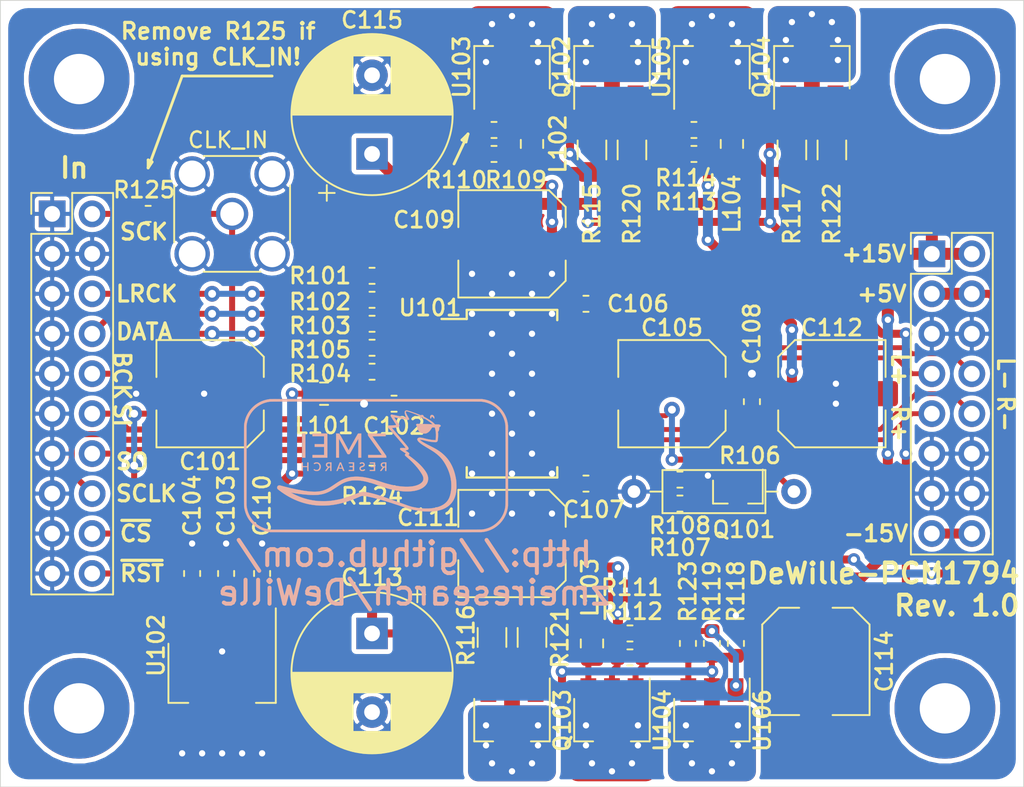
<source format=kicad_pcb>
(kicad_pcb (version 20171130) (host pcbnew "(5.1.4-0-10_14)")
  (layers (0 F.Cu signal hide) (31 B.Cu signal hide) (34 B.Paste user hide) (35 F.Paste user hide) (36 B.SilkS user hide) (37 F.SilkS user) (38 B.Mask user hide) (39 F.Mask user) (44 Edge.Cuts user))
  (net 0 "")
  (net 1 GND)
  (net 2 "Net-(C101-Pad1)")
  (net 3 "Net-(C103-Pad2)")
  (net 4 "Net-(C104-Pad2)")
  (net 5 "Net-(C105-Pad2)")
  (net 6 "Net-(C105-Pad1)")
  (net 7 "Net-(C106-Pad1)")
  (net 8 "Net-(C107-Pad1)")
  (net 9 /+5V)
  (net 10 "Net-(C114-Pad2)")
  (net 11 /+15VA)
  (net 12 /~RST~)
  (net 13 /~CS~)
  (net 14 /SCLK)
  (net 15 /MISO)
  (net 16 /MOSI)
  (net 17 /LRCK)
  (net 18 /DATA)
  (net 19 /BCK)
  (net 20 /SCK)
  (net 21 /-15VA)
  (net 22 /IoutR-)
  (net 23 /IoutR+)
  (net 24 /IoutL-)
  (net 25 /IoutL+)
  (net 26 "Net-(L102-Pad2)")
  (net 27 "Net-(L103-Pad2)")
  (net 28 "Net-(L104-Pad2)")
  (net 29 "Net-(Q101-Pad3)")
  (net 30 "Net-(Q101-Pad1)")
  (net 31 "Net-(Q102-Pad2)")
  (net 32 "Net-(Q102-Pad3)")
  (net 33 "Net-(Q103-Pad2)")
  (net 34 "Net-(Q103-Pad3)")
  (net 35 "Net-(Q104-Pad2)")
  (net 36 "Net-(Q104-Pad3)")
  (net 37 "Net-(R101-Pad1)")
  (net 38 "Net-(R102-Pad1)")
  (net 39 "Net-(R103-Pad1)")
  (net 40 "Net-(R104-Pad1)")
  (net 41 "Net-(R107-Pad2)")
  (net 42 "Net-(R109-Pad2)")
  (net 43 "Net-(R111-Pad2)")
  (net 44 "Net-(R113-Pad2)")
  (net 45 "Net-(R119-Pad1)")
  (net 46 "Net-(U101-Pad2)")
  (net 47 "Net-(U101-Pad1)")
  (net 48 "Net-(J101-Pad2)")
  (module Zmei_Footprints:Zmei-logo-small-inverted_silk (layer B.Cu) (at -8.636 4.572 180)
    (fp_text reference U107 hide)
    (fp_text value Logo hide)
  )
  (module Resistor_SMD:R_0603_1608Metric (layer F.Cu) (at -23.114 -11.43 180)
    (fp_text reference R125 (at 0.254 1.524) (layer F.SilkS) (effects (font (size 1.016 1.016) (thickness 0.1778))))
    (fp_text value 0)
    (pad 2 smd roundrect (at 0.7875 0 180) (size 0.875 0.95) (layers F.Cu F.Paste F.Mask) (net 48 "Net-(J101-Pad2)"))
    (pad 1 smd roundrect (at -0.7875 0 180) (size 0.875 0.95) (layers F.Cu F.Paste F.Mask) (net 20 /SCK))
  )
  (module Connector_Coaxial:SMA_Amphenol_132134_Vertical (layer F.Cu) (at -17.78 -11.43)
    (fp_text reference J103 hide)
    (fp_text value "SMA F ST PCB" hide)
    (pad 2 thru_hole circle (at -2.54 2.54) (size 2.25 2.25) (drill 1.7) (layers *.Cu *.Mask) (net 1 GND))
    (pad 2 thru_hole circle (at -2.54 -2.54) (size 2.25 2.25) (drill 1.7) (layers *.Cu *.Mask) (net 1 GND))
    (pad 2 thru_hole circle (at 2.54 -2.54) (size 2.25 2.25) (drill 1.7) (layers *.Cu *.Mask) (net 1 GND))
    (pad 2 thru_hole circle (at 2.54 2.54) (size 2.25 2.25) (drill 1.7) (layers *.Cu *.Mask) (net 1 GND))
    (pad 1 thru_hole circle (at 0 0) (size 2.05 2.05) (drill 1.5) (layers *.Cu *.Mask) (net 20 /SCK))
  )
  (module Resistor_SMD:R_0603_1608Metric (layer F.Cu) (at -8.89 5.08 180)
    (fp_text reference R124 (at 0 -1.43) (layer F.SilkS) (effects (font (size 1.016 1.016) (thickness 0.1778))))
    (fp_text value 10k)
    (pad 2 smd roundrect (at 0.7875 0 180) (size 0.875 0.95) (layers F.Cu F.Paste F.Mask) (net 3 "Net-(C103-Pad2)"))
    (pad 1 smd roundrect (at -0.7875 0 180) (size 0.875 0.95) (layers F.Cu F.Paste F.Mask) (net 12 /~RST~))
  )
  (module Capacitor_SMD:C_Elec_6.3x7.7 (layer F.Cu) (at -19.177 0 180)
    (fp_text reference C101 (at 0 -4.318) (layer F.SilkS) (effects (font (size 1.016 1.016) (thickness 0.1778))))
    (fp_text value 100uF/10V)
    (pad 2 smd roundrect (at 2.5375 0 180) (size 3.325 1.6) (layers F.Cu F.Paste F.Mask) (roundrect_rratio 0.15625) (net 1 GND))
    (pad 1 smd roundrect (at -2.5375 0 180) (size 3.325 1.6) (layers F.Cu F.Paste F.Mask) (roundrect_rratio 0.15625) (net 2 "Net-(C101-Pad1)"))
  )
  (module Resistor_SMD:R_0603_1608Metric (layer F.Cu) (at 14.224 15.875 90)
    (fp_text reference R118 (at 3.302 0 90) (layer F.SilkS) (effects (font (size 1.016 1.016) (thickness 0.1778))))
    (fp_text value 4.7k)
    (pad 2 smd roundrect (at 0.7875 0 90) (size 0.875 0.95) (layers F.Cu F.Paste F.Mask) (net 1 GND))
    (pad 1 smd roundrect (at -0.7875 0 90) (size 0.875 0.95) (layers F.Cu F.Paste F.Mask) (net 10 "Net-(C114-Pad2)"))
  )
  (module Package_TO_SOT_SMD:SOT-89-3 (layer F.Cu) (at 12.7 20.32 270)
    (fp_text reference U106 (at 0.45 -3.2 90) (layer F.SilkS) (effects (font (size 1.016 1.016) (thickness 0.1778))))
    (fp_text value TL431PK)
    (pad 2 smd trapezoid (at -0.0762 0) (size 1.5 1) (rect_delta 0 0.7) (layers F.Cu F.Paste F.Mask) (net 10 "Net-(C114-Pad2)"))
    (pad 2 smd rect (at 1.3335 0 180) (size 2.2 1.84) (layers F.Cu F.Paste F.Mask) (net 10 "Net-(C114-Pad2)"))
    (pad 3 smd rect (at -1.48 1.5 180) (size 1 1.5) (layers F.Cu F.Paste F.Mask) (net 11 /+15VA))
    (pad 2 smd rect (at -1.3335 0 180) (size 1 1.8) (layers F.Cu F.Paste F.Mask) (net 10 "Net-(C114-Pad2)"))
    (pad 1 smd rect (at -1.48 -1.5 180) (size 1 1.5) (layers F.Cu F.Paste F.Mask) (net 45 "Net-(R119-Pad1)"))
    (pad 2 smd trapezoid (at 2.667 0 180) (size 1.6 0.85) (rect_delta 0 0.6) (layers F.Cu F.Paste F.Mask) (net 10 "Net-(C114-Pad2)"))
  )
  (module Package_TO_SOT_SMD:SOT-89-3 (layer F.Cu) (at 12.7 -20.32 90)
    (fp_text reference U105 (at 0.45 -3.2 90) (layer F.SilkS) (effects (font (size 1.016 1.016) (thickness 0.1778))))
    (fp_text value TL431PK)
    (pad 2 smd trapezoid (at -0.0762 0 180) (size 1.5 1) (rect_delta 0 0.7) (layers F.Cu F.Paste F.Mask) (net 1 GND))
    (pad 2 smd rect (at 1.3335 0) (size 2.2 1.84) (layers F.Cu F.Paste F.Mask) (net 1 GND))
    (pad 3 smd rect (at -1.48 1.5) (size 1 1.5) (layers F.Cu F.Paste F.Mask) (net 6 "Net-(C105-Pad1)"))
    (pad 2 smd rect (at -1.3335 0) (size 1 1.8) (layers F.Cu F.Paste F.Mask) (net 1 GND))
    (pad 1 smd rect (at -1.48 -1.5) (size 1 1.5) (layers F.Cu F.Paste F.Mask) (net 44 "Net-(R113-Pad2)"))
    (pad 2 smd trapezoid (at 2.667 0) (size 1.6 0.85) (rect_delta 0 0.6) (layers F.Cu F.Paste F.Mask) (net 1 GND))
  )
  (module Package_TO_SOT_SMD:SOT-89-3 (layer F.Cu) (at 6.35 20.32 270)
    (fp_text reference U104 (at 0.45 -3.2 90) (layer F.SilkS) (effects (font (size 1.016 1.016) (thickness 0.1778))))
    (fp_text value TL431PK)
    (pad 2 smd trapezoid (at -0.0762 0) (size 1.5 1) (rect_delta 0 0.7) (layers F.Cu F.Paste F.Mask) (net 1 GND))
    (pad 2 smd rect (at 1.3335 0 180) (size 2.2 1.84) (layers F.Cu F.Paste F.Mask) (net 1 GND))
    (pad 3 smd rect (at -1.48 1.5 180) (size 1 1.5) (layers F.Cu F.Paste F.Mask) (net 8 "Net-(C107-Pad1)"))
    (pad 2 smd rect (at -1.3335 0 180) (size 1 1.8) (layers F.Cu F.Paste F.Mask) (net 1 GND))
    (pad 1 smd rect (at -1.48 -1.5 180) (size 1 1.5) (layers F.Cu F.Paste F.Mask) (net 43 "Net-(R111-Pad2)"))
    (pad 2 smd trapezoid (at 2.667 0 180) (size 1.6 0.85) (rect_delta 0 0.6) (layers F.Cu F.Paste F.Mask) (net 1 GND))
  )
  (module Package_TO_SOT_SMD:SOT-89-3 (layer F.Cu) (at 0 -20.32 90)
    (fp_text reference U103 (at 0.45 -3.2 90) (layer F.SilkS) (effects (font (size 1.016 1.016) (thickness 0.1778))))
    (fp_text value TL431PK)
    (pad 2 smd trapezoid (at -0.0762 0 180) (size 1.5 1) (rect_delta 0 0.7) (layers F.Cu F.Paste F.Mask) (net 1 GND))
    (pad 2 smd rect (at 1.3335 0) (size 2.2 1.84) (layers F.Cu F.Paste F.Mask) (net 1 GND))
    (pad 3 smd rect (at -1.48 1.5) (size 1 1.5) (layers F.Cu F.Paste F.Mask) (net 7 "Net-(C106-Pad1)"))
    (pad 2 smd rect (at -1.3335 0) (size 1 1.8) (layers F.Cu F.Paste F.Mask) (net 1 GND))
    (pad 1 smd rect (at -1.48 -1.5) (size 1 1.5) (layers F.Cu F.Paste F.Mask) (net 42 "Net-(R109-Pad2)"))
    (pad 2 smd trapezoid (at 2.667 0) (size 1.6 0.85) (rect_delta 0 0.6) (layers F.Cu F.Paste F.Mask) (net 1 GND))
  )
  (module Package_TO_SOT_SMD:SOT-223-6_TabPin3 (layer F.Cu) (at -18.415 17.78 270)
    (fp_text reference U102 (at -1.778 4.191 90) (layer F.SilkS) (effects (font (size 1.016 1.016) (thickness 0.1778))))
    (fp_text value TPS73633DCQ)
    (pad 1 smd rect (at -3.1375 -2.54 270) (size 2.2 0.6) (layers F.Cu F.Paste F.Mask) (net 9 /+5V))
    (pad 5 smd rect (at -3.1375 2.54 270) (size 2.2 0.6) (layers F.Cu F.Paste F.Mask) (net 9 /+5V))
    (pad 3 smd rect (at -3.1375 0 270) (size 2.2 0.6) (layers F.Cu F.Paste F.Mask) (net 1 GND))
    (pad 3 smd rect (at 3.1625 0 270) (size 2.15 3.45) (layers F.Cu F.Paste F.Mask) (net 1 GND))
    (pad 2 smd rect (at -3.1375 -1.27 270) (size 2.2 0.6) (layers F.Cu F.Paste F.Mask) (net 3 "Net-(C103-Pad2)"))
    (pad 4 smd rect (at -3.1375 1.27 270) (size 2.2 0.6) (layers F.Cu F.Paste F.Mask) (net 4 "Net-(C104-Pad2)"))
  )
  (module Package_SO:SSOP-28_5.3x10.2mm_P0.65mm (layer F.Cu) (at 0 0)
    (fp_text reference U101 (at -5.207 -5.461) (layer F.SilkS) (effects (font (size 1.016 1.016) (thickness 0.1778))))
    (fp_text value PCM1792A)
    (pad 28 smd rect (at 3.6 -4.225) (size 1.75 0.45) (layers F.Cu F.Paste F.Mask) (net 7 "Net-(C106-Pad1)"))
    (pad 27 smd rect (at 3.6 -3.575) (size 1.75 0.45) (layers F.Cu F.Paste F.Mask) (net 1 GND))
    (pad 26 smd rect (at 3.6 -2.925) (size 1.75 0.45) (layers F.Cu F.Paste F.Mask) (net 24 /IoutL-))
    (pad 25 smd rect (at 3.6 -2.275) (size 1.75 0.45) (layers F.Cu F.Paste F.Mask) (net 25 /IoutL+))
    (pad 24 smd rect (at 3.6 -1.625) (size 1.75 0.45) (layers F.Cu F.Paste F.Mask) (net 1 GND))
    (pad 23 smd rect (at 3.6 -0.975) (size 1.75 0.45) (layers F.Cu F.Paste F.Mask) (net 6 "Net-(C105-Pad1)"))
    (pad 22 smd rect (at 3.6 -0.325) (size 1.75 0.45) (layers F.Cu F.Paste F.Mask) (net 5 "Net-(C105-Pad2)"))
    (pad 21 smd rect (at 3.6 0.325) (size 1.75 0.45) (layers F.Cu F.Paste F.Mask) (net 5 "Net-(C105-Pad2)"))
    (pad 20 smd rect (at 3.6 0.975) (size 1.75 0.45) (layers F.Cu F.Paste F.Mask) (net 30 "Net-(Q101-Pad1)"))
    (pad 19 smd rect (at 3.6 1.625) (size 1.75 0.45) (layers F.Cu F.Paste F.Mask) (net 1 GND))
    (pad 18 smd rect (at 3.6 2.275) (size 1.75 0.45) (layers F.Cu F.Paste F.Mask) (net 22 /IoutR-))
    (pad 17 smd rect (at 3.6 2.925) (size 1.75 0.45) (layers F.Cu F.Paste F.Mask) (net 23 /IoutR+))
    (pad 16 smd rect (at 3.6 3.575) (size 1.75 0.45) (layers F.Cu F.Paste F.Mask) (net 1 GND))
    (pad 15 smd rect (at 3.6 4.225) (size 1.75 0.45) (layers F.Cu F.Paste F.Mask) (net 8 "Net-(C107-Pad1)"))
    (pad 14 smd rect (at -3.6 4.225) (size 1.75 0.45) (layers F.Cu F.Paste F.Mask) (net 12 /~RST~))
    (pad 13 smd rect (at -3.6 3.575) (size 1.75 0.45) (layers F.Cu F.Paste F.Mask) (net 15 /MISO))
    (pad 12 smd rect (at -3.6 2.925) (size 1.75 0.45) (layers F.Cu F.Paste F.Mask) (net 14 /SCLK))
    (pad 11 smd rect (at -3.6 2.275) (size 1.75 0.45) (layers F.Cu F.Paste F.Mask) (net 16 /MOSI))
    (pad 10 smd rect (at -3.6 1.625) (size 1.75 0.45) (layers F.Cu F.Paste F.Mask) (net 13 /~CS~))
    (pad 9 smd rect (at -3.6 0.975) (size 1.75 0.45) (layers F.Cu F.Paste F.Mask) (net 2 "Net-(C101-Pad1)"))
    (pad 8 smd rect (at -3.6 0.325) (size 1.75 0.45) (layers F.Cu F.Paste F.Mask) (net 1 GND))
    (pad 7 smd rect (at -3.6 -0.325) (size 1.75 0.45) (layers F.Cu F.Paste F.Mask) (net 40 "Net-(R104-Pad1)"))
    (pad 6 smd rect (at -3.6 -0.975) (size 1.75 0.45) (layers F.Cu F.Paste F.Mask) (net 39 "Net-(R103-Pad1)"))
    (pad 5 smd rect (at -3.6 -1.625) (size 1.75 0.45) (layers F.Cu F.Paste F.Mask) (net 38 "Net-(R102-Pad1)"))
    (pad 4 smd rect (at -3.6 -2.275) (size 1.75 0.45) (layers F.Cu F.Paste F.Mask) (net 37 "Net-(R101-Pad1)"))
    (pad 3 smd rect (at -3.6 -2.925) (size 1.75 0.45) (layers F.Cu F.Paste F.Mask) (net 1 GND))
    (pad 2 smd rect (at -3.6 -3.575) (size 1.75 0.45) (layers F.Cu F.Paste F.Mask) (net 46 "Net-(U101-Pad2)"))
    (pad 1 smd rect (at -3.6 -4.225) (size 1.75 0.45) (layers F.Cu F.Paste F.Mask) (net 47 "Net-(U101-Pad1)"))
  )
  (module Resistor_SMD:R_0603_1608Metric (layer F.Cu) (at 11.176 15.875 90)
    (fp_text reference R123 (at 3.302 0 90) (layer F.SilkS) (effects (font (size 1.016 1.016) (thickness 0.1778))))
    (fp_text value 1k/1%)
    (pad 2 smd roundrect (at 0.7875 0 90) (size 0.875 0.95) (layers F.Cu F.Paste F.Mask) (net 45 "Net-(R119-Pad1)"))
    (pad 1 smd roundrect (at -0.7875 0 90) (size 0.875 0.95) (layers F.Cu F.Paste F.Mask) (net 11 /+15VA))
  )
  (module Resistor_SMD:R_1206_3216Metric (layer F.Cu) (at 20.32 -15.494 90)
    (fp_text reference R122 (at -4.064 0 90) (layer F.SilkS) (effects (font (size 1.016 1.016) (thickness 0.1778))))
    (fp_text value 150)
    (pad 2 smd roundrect (at 1.4 0 90) (size 1.25 1.75) (layers F.Cu F.Paste F.Mask) (roundrect_rratio 0.2) (net 36 "Net-(Q104-Pad3)"))
    (pad 1 smd roundrect (at -1.4 0 90) (size 1.25 1.75) (layers F.Cu F.Paste F.Mask) (roundrect_rratio 0.2) (net 11 /+15VA))
  )
  (module Resistor_SMD:R_1206_3216Metric (layer F.Cu) (at -1.27 15.494 270)
    (fp_text reference R121 (at 0 -4.318 90) (layer F.SilkS) (effects (font (size 1.016 1.016) (thickness 0.1778))))
    (fp_text value 150)
    (pad 2 smd roundrect (at 1.4 0 270) (size 1.25 1.75) (layers F.Cu F.Paste F.Mask) (roundrect_rratio 0.2) (net 34 "Net-(Q103-Pad3)"))
    (pad 1 smd roundrect (at -1.4 0 270) (size 1.25 1.75) (layers F.Cu F.Paste F.Mask) (roundrect_rratio 0.2) (net 11 /+15VA))
  )
  (module Resistor_SMD:R_1206_3216Metric (layer F.Cu) (at 7.62 -15.494 90)
    (fp_text reference R120 (at -4.064 0 90) (layer F.SilkS) (effects (font (size 1.016 1.016) (thickness 0.1778))))
    (fp_text value 150)
    (pad 2 smd roundrect (at 1.4 0 90) (size 1.25 1.75) (layers F.Cu F.Paste F.Mask) (roundrect_rratio 0.2) (net 32 "Net-(Q102-Pad3)"))
    (pad 1 smd roundrect (at -1.4 0 90) (size 1.25 1.75) (layers F.Cu F.Paste F.Mask) (roundrect_rratio 0.2) (net 11 /+15VA))
  )
  (module Resistor_SMD:R_0603_1608Metric (layer F.Cu) (at 12.7 15.875 270)
    (fp_text reference R119 (at -3.302 0 90) (layer F.SilkS) (effects (font (size 1.016 1.016) (thickness 0.1778))))
    (fp_text value 1k/1%)
    (pad 2 smd roundrect (at 0.7875 0 270) (size 0.875 0.95) (layers F.Cu F.Paste F.Mask) (net 10 "Net-(C114-Pad2)"))
    (pad 1 smd roundrect (at -0.7875 0 270) (size 0.875 0.95) (layers F.Cu F.Paste F.Mask) (net 45 "Net-(R119-Pad1)"))
  )
  (module Resistor_SMD:R_1206_3216Metric (layer F.Cu) (at 17.78 -15.494 270)
    (fp_text reference R117 (at 4.064 0 90) (layer F.SilkS) (effects (font (size 1.016 1.016) (thickness 0.1778))))
    (fp_text value 100)
    (pad 2 smd roundrect (at 1.4 0 270) (size 1.25 1.75) (layers F.Cu F.Paste F.Mask) (roundrect_rratio 0.2) (net 28 "Net-(L104-Pad2)"))
    (pad 1 smd roundrect (at -1.4 0 270) (size 1.25 1.75) (layers F.Cu F.Paste F.Mask) (roundrect_rratio 0.2) (net 35 "Net-(Q104-Pad2)"))
  )
  (module Resistor_SMD:R_1206_3216Metric (layer F.Cu) (at 1.27 15.494 90)
    (fp_text reference R116 (at 0.127 -4.191 90) (layer F.SilkS) (effects (font (size 1.016 1.016) (thickness 0.1778))))
    (fp_text value 100)
    (pad 2 smd roundrect (at 1.4 0 90) (size 1.25 1.75) (layers F.Cu F.Paste F.Mask) (roundrect_rratio 0.2) (net 27 "Net-(L103-Pad2)"))
    (pad 1 smd roundrect (at -1.4 0 90) (size 1.25 1.75) (layers F.Cu F.Paste F.Mask) (roundrect_rratio 0.2) (net 33 "Net-(Q103-Pad2)"))
  )
  (module Resistor_SMD:R_1206_3216Metric (layer F.Cu) (at 5.08 -15.494 270)
    (fp_text reference R115 (at 4.064 0 90) (layer F.SilkS) (effects (font (size 1.016 1.016) (thickness 0.1778))))
    (fp_text value 100)
    (pad 2 smd roundrect (at 1.4 0 270) (size 1.25 1.75) (layers F.Cu F.Paste F.Mask) (roundrect_rratio 0.2) (net 26 "Net-(L102-Pad2)"))
    (pad 1 smd roundrect (at -1.4 0 270) (size 1.25 1.75) (layers F.Cu F.Paste F.Mask) (roundrect_rratio 0.2) (net 31 "Net-(Q102-Pad2)"))
  )
  (module Resistor_SMD:R_0603_1608Metric (layer F.Cu) (at 11.557 -16.764)
    (fp_text reference R114 (at -0.508 3.048) (layer F.SilkS) (effects (font (size 1.016 1.016) (thickness 0.1778))))
    (fp_text value 1k/1%)
    (pad 2 smd roundrect (at 0.7875 0) (size 0.875 0.95) (layers F.Cu F.Paste F.Mask) (net 1 GND))
    (pad 1 smd roundrect (at -0.7875 0) (size 0.875 0.95) (layers F.Cu F.Paste F.Mask) (net 44 "Net-(R113-Pad2)"))
  )
  (module Resistor_SMD:R_0603_1608Metric (layer F.Cu) (at 11.557 -15.24 180)
    (fp_text reference R113 (at 0.508 -3.048) (layer F.SilkS) (effects (font (size 1.016 1.016) (thickness 0.1778))))
    (fp_text value 1k/1%)
    (pad 2 smd roundrect (at 0.7875 0 180) (size 0.875 0.95) (layers F.Cu F.Paste F.Mask) (net 44 "Net-(R113-Pad2)"))
    (pad 1 smd roundrect (at -0.7875 0 180) (size 0.875 0.95) (layers F.Cu F.Paste F.Mask) (net 6 "Net-(C105-Pad1)"))
  )
  (module Resistor_SMD:R_0603_1608Metric (layer F.Cu) (at 7.493 16.764 180)
    (fp_text reference R112 (at -0.127 2.921) (layer F.SilkS) (effects (font (size 1.016 1.016) (thickness 0.1778))))
    (fp_text value 1k/1%)
    (pad 2 smd roundrect (at 0.7875 0 180) (size 0.875 0.95) (layers F.Cu F.Paste F.Mask) (net 1 GND))
    (pad 1 smd roundrect (at -0.7875 0 180) (size 0.875 0.95) (layers F.Cu F.Paste F.Mask) (net 43 "Net-(R111-Pad2)"))
  )
  (module Resistor_SMD:R_0603_1608Metric (layer F.Cu) (at 7.493 15.24)
    (fp_text reference R111 (at 0.127 -2.921) (layer F.SilkS) (effects (font (size 1.016 1.016) (thickness 0.1778))))
    (fp_text value 1k/1%)
    (pad 2 smd roundrect (at 0.7875 0) (size 0.875 0.95) (layers F.Cu F.Paste F.Mask) (net 43 "Net-(R111-Pad2)"))
    (pad 1 smd roundrect (at -0.7875 0) (size 0.875 0.95) (layers F.Cu F.Paste F.Mask) (net 8 "Net-(C107-Pad1)"))
  )
  (module Resistor_SMD:R_0603_1608Metric (layer F.Cu) (at -1.143 -16.764)
    (fp_text reference R110 (at -2.413 3.175) (layer F.SilkS) (effects (font (size 1.016 1.016) (thickness 0.1778))))
    (fp_text value 1k/1%)
    (pad 2 smd roundrect (at 0.7875 0) (size 0.875 0.95) (layers F.Cu F.Paste F.Mask) (net 1 GND))
    (pad 1 smd roundrect (at -0.7875 0) (size 0.875 0.95) (layers F.Cu F.Paste F.Mask) (net 42 "Net-(R109-Pad2)"))
  )
  (module Resistor_SMD:R_0603_1608Metric (layer F.Cu) (at -1.143 -15.24 180)
    (fp_text reference R109 (at -1.397 -1.651) (layer F.SilkS) (effects (font (size 1.016 1.016) (thickness 0.1778))))
    (fp_text value 1k/1%)
    (pad 2 smd roundrect (at 0.7875 0 180) (size 0.875 0.95) (layers F.Cu F.Paste F.Mask) (net 42 "Net-(R109-Pad2)"))
    (pad 1 smd roundrect (at -0.7875 0 180) (size 0.875 0.95) (layers F.Cu F.Paste F.Mask) (net 7 "Net-(C106-Pad1)"))
  )
  (module Resistor_SMD:R_0603_1608Metric (layer F.Cu) (at 10.668 5.461)
    (fp_text reference R108 (at 0 2.921) (layer F.SilkS) (effects (font (size 1.016 1.016) (thickness 0.1778))))
    (fp_text value 0)
    (pad 2 smd roundrect (at 0.7875 0) (size 0.875 0.95) (layers F.Cu F.Paste F.Mask) (net 1 GND))
    (pad 1 smd roundrect (at -0.7875 0) (size 0.875 0.95) (layers F.Cu F.Paste F.Mask) (net 41 "Net-(R107-Pad2)"))
  )
  (module Resistor_SMD:R_0603_1608Metric (layer F.Cu) (at 10.668 6.985 180)
    (fp_text reference R107 (at 0 -2.794) (layer F.SilkS) (effects (font (size 1.016 1.016) (thickness 0.1778))))
    (fp_text value 470)
    (pad 2 smd roundrect (at 0.7875 0 180) (size 0.875 0.95) (layers F.Cu F.Paste F.Mask) (net 41 "Net-(R107-Pad2)"))
    (pad 1 smd roundrect (at -0.7875 0 180) (size 0.875 0.95) (layers F.Cu F.Paste F.Mask) (net 29 "Net-(Q101-Pad3)"))
  )
  (module Resistor_THT:R_Axial_DIN0207_L6.3mm_D2.5mm_P10.16mm_Horizontal (layer F.Cu) (at 17.907 6.223 180)
    (fp_text reference R106 (at 2.794 2.286) (layer F.SilkS) (effects (font (size 1.016 1.016) (thickness 0.1778))))
    (fp_text value DNP/6K)
    (pad 2 thru_hole oval (at 10.16 0 180) (size 1.6 1.6) (drill 0.8) (layers *.Cu *.Mask) (net 1 GND))
    (pad 1 thru_hole circle (at 0 0 180) (size 1.6 1.6) (drill 0.8) (layers *.Cu *.Mask) (net 30 "Net-(Q101-Pad1)"))
  )
  (module Resistor_SMD:R_0603_1608Metric (layer F.Cu) (at -8.89 -2.921 180)
    (fp_text reference R105 (at 3.302 -0.127) (layer F.SilkS) (effects (font (size 1.016 1.016) (thickness 0.1778))))
    (fp_text value DNP)
    (pad 2 smd roundrect (at 0.7875 0 180) (size 0.875 0.95) (layers F.Cu F.Paste F.Mask) (net 19 /BCK))
    (pad 1 smd roundrect (at -0.7875 0 180) (size 0.875 0.95) (layers F.Cu F.Paste F.Mask) (net 40 "Net-(R104-Pad1)"))
  )
  (module Resistor_SMD:R_0603_1608Metric (layer F.Cu) (at -8.89 -1.397 180)
    (fp_text reference R104 (at 3.302 -0.127) (layer F.SilkS) (effects (font (size 1.016 1.016) (thickness 0.1778))))
    (fp_text value 0)
    (pad 2 smd roundrect (at 0.7875 0 180) (size 0.875 0.95) (layers F.Cu F.Paste F.Mask) (net 20 /SCK))
    (pad 1 smd roundrect (at -0.7875 0 180) (size 0.875 0.95) (layers F.Cu F.Paste F.Mask) (net 40 "Net-(R104-Pad1)"))
  )
  (module Resistor_SMD:R_0603_1608Metric (layer F.Cu) (at -8.89 -4.445 180)
    (fp_text reference R103 (at 3.302 -0.127) (layer F.SilkS) (effects (font (size 1.016 1.016) (thickness 0.1778))))
    (fp_text value 0)
    (pad 2 smd roundrect (at 0.7875 0 180) (size 0.875 0.95) (layers F.Cu F.Paste F.Mask) (net 19 /BCK))
    (pad 1 smd roundrect (at -0.7875 0 180) (size 0.875 0.95) (layers F.Cu F.Paste F.Mask) (net 39 "Net-(R103-Pad1)"))
  )
  (module Resistor_SMD:R_0603_1608Metric (layer F.Cu) (at -8.89 -5.969 180)
    (fp_text reference R102 (at 3.302 -0.127) (layer F.SilkS) (effects (font (size 1.016 1.016) (thickness 0.1778))))
    (fp_text value 0)
    (pad 2 smd roundrect (at 0.7875 0 180) (size 0.875 0.95) (layers F.Cu F.Paste F.Mask) (net 18 /DATA))
    (pad 1 smd roundrect (at -0.7875 0 180) (size 0.875 0.95) (layers F.Cu F.Paste F.Mask) (net 38 "Net-(R102-Pad1)"))
  )
  (module Resistor_SMD:R_0603_1608Metric (layer F.Cu) (at -8.89 -7.493 180)
    (fp_text reference R101 (at 3.302 0) (layer F.SilkS) (effects (font (size 1.016 1.016) (thickness 0.1778))))
    (fp_text value 0)
    (pad 2 smd roundrect (at 0.7875 0 180) (size 0.875 0.95) (layers F.Cu F.Paste F.Mask) (net 17 /LRCK))
    (pad 1 smd roundrect (at -0.7875 0 180) (size 0.875 0.95) (layers F.Cu F.Paste F.Mask) (net 37 "Net-(R101-Pad1)"))
  )
  (module Package_TO_SOT_SMD:SOT-89-3 (layer F.Cu) (at 19.05 -20.32 90)
    (fp_text reference Q104 (at 0.45 -3.2 90) (layer F.SilkS) (effects (font (size 1.016 1.016) (thickness 0.1778))))
    (fp_text value BCX53-16)
    (pad 2 smd trapezoid (at -0.0762 0 180) (size 1.5 1) (rect_delta 0 0.7) (layers F.Cu F.Paste F.Mask) (net 35 "Net-(Q104-Pad2)"))
    (pad 2 smd rect (at 1.3335 0) (size 2.2 1.84) (layers F.Cu F.Paste F.Mask) (net 35 "Net-(Q104-Pad2)"))
    (pad 3 smd rect (at -1.48 1.5) (size 1 1.5) (layers F.Cu F.Paste F.Mask) (net 36 "Net-(Q104-Pad3)"))
    (pad 2 smd rect (at -1.3335 0) (size 1 1.8) (layers F.Cu F.Paste F.Mask) (net 35 "Net-(Q104-Pad2)"))
    (pad 1 smd rect (at -1.48 -1.5) (size 1 1.5) (layers F.Cu F.Paste F.Mask) (net 10 "Net-(C114-Pad2)"))
    (pad 2 smd trapezoid (at 2.667 0) (size 1.6 0.85) (rect_delta 0 0.6) (layers F.Cu F.Paste F.Mask) (net 35 "Net-(Q104-Pad2)"))
  )
  (module Package_TO_SOT_SMD:SOT-89-3 (layer F.Cu) (at 0 20.32 270)
    (fp_text reference Q103 (at 0.45 -3.2 90) (layer F.SilkS) (effects (font (size 1.016 1.016) (thickness 0.1778))))
    (fp_text value BCX53-16)
    (pad 2 smd trapezoid (at -0.0762 0) (size 1.5 1) (rect_delta 0 0.7) (layers F.Cu F.Paste F.Mask) (net 33 "Net-(Q103-Pad2)"))
    (pad 2 smd rect (at 1.3335 0 180) (size 2.2 1.84) (layers F.Cu F.Paste F.Mask) (net 33 "Net-(Q103-Pad2)"))
    (pad 3 smd rect (at -1.48 1.5 180) (size 1 1.5) (layers F.Cu F.Paste F.Mask) (net 34 "Net-(Q103-Pad3)"))
    (pad 2 smd rect (at -1.3335 0 180) (size 1 1.8) (layers F.Cu F.Paste F.Mask) (net 33 "Net-(Q103-Pad2)"))
    (pad 1 smd rect (at -1.48 -1.5 180) (size 1 1.5) (layers F.Cu F.Paste F.Mask) (net 10 "Net-(C114-Pad2)"))
    (pad 2 smd trapezoid (at 2.667 0 180) (size 1.6 0.85) (rect_delta 0 0.6) (layers F.Cu F.Paste F.Mask) (net 33 "Net-(Q103-Pad2)"))
  )
  (module Package_TO_SOT_SMD:SOT-89-3 (layer F.Cu) (at 6.35 -20.32 90)
    (fp_text reference Q102 (at 0.45 -3.2 90) (layer F.SilkS) (effects (font (size 1.016 1.016) (thickness 0.1778))))
    (fp_text value BCX53-16)
    (pad 2 smd trapezoid (at -0.0762 0 180) (size 1.5 1) (rect_delta 0 0.7) (layers F.Cu F.Paste F.Mask) (net 31 "Net-(Q102-Pad2)"))
    (pad 2 smd rect (at 1.3335 0) (size 2.2 1.84) (layers F.Cu F.Paste F.Mask) (net 31 "Net-(Q102-Pad2)"))
    (pad 3 smd rect (at -1.48 1.5) (size 1 1.5) (layers F.Cu F.Paste F.Mask) (net 32 "Net-(Q102-Pad3)"))
    (pad 2 smd rect (at -1.3335 0) (size 1 1.8) (layers F.Cu F.Paste F.Mask) (net 31 "Net-(Q102-Pad2)"))
    (pad 1 smd rect (at -1.48 -1.5) (size 1 1.5) (layers F.Cu F.Paste F.Mask) (net 10 "Net-(C114-Pad2)"))
    (pad 2 smd trapezoid (at 2.667 0) (size 1.6 0.85) (rect_delta 0 0.6) (layers F.Cu F.Paste F.Mask) (net 31 "Net-(Q102-Pad2)"))
  )
  (module Package_TO_SOT_SMD:SOT-23 (layer F.Cu) (at 14.351 6.223 270)
    (fp_text reference Q101 (at 2.413 -0.381) (layer F.SilkS) (effects (font (size 1.016 1.016) (thickness 0.1778))))
    (fp_text value 2SK208)
    (pad 3 smd rect (at 1 0 270) (size 0.9 0.8) (layers F.Cu F.Paste F.Mask) (net 29 "Net-(Q101-Pad3)"))
    (pad 2 smd rect (at -1 0.95 270) (size 0.9 0.8) (layers F.Cu F.Paste F.Mask) (net 1 GND))
    (pad 1 smd rect (at -1 -0.95 270) (size 0.9 0.8) (layers F.Cu F.Paste F.Mask) (net 30 "Net-(Q101-Pad1)"))
  )
  (module Inductor_SMD:L_0805_2012Metric (layer F.Cu) (at 13.97 -15.875 270)
    (fp_text reference L104 (at 3.81 0 90) (layer F.SilkS) (effects (font (size 1.016 1.016) (thickness 0.1778))))
    (fp_text value "100 Ohm@100MHz")
    (pad 2 smd roundrect (at 0.9375 0 270) (size 0.975 1.4) (layers F.Cu F.Paste F.Mask) (net 28 "Net-(L104-Pad2)"))
    (pad 1 smd roundrect (at -0.9375 0 270) (size 0.975 1.4) (layers F.Cu F.Paste F.Mask) (net 6 "Net-(C105-Pad1)"))
  )
  (module Inductor_SMD:L_0805_2012Metric (layer F.Cu) (at 5.08 15.875 90)
    (fp_text reference L103 (at 3.556 -0.127 90) (layer F.SilkS) (effects (font (size 1.016 1.016) (thickness 0.1778))))
    (fp_text value "100 Ohm@100MHz")
    (pad 2 smd roundrect (at 0.9375 0 90) (size 0.975 1.4) (layers F.Cu F.Paste F.Mask) (net 27 "Net-(L103-Pad2)"))
    (pad 1 smd roundrect (at -0.9375 0 90) (size 0.975 1.4) (layers F.Cu F.Paste F.Mask) (net 8 "Net-(C107-Pad1)"))
  )
  (module Inductor_SMD:L_0805_2012Metric (layer F.Cu) (at 1.27 -15.875 270)
    (fp_text reference L102 (at 0 -1.65 90) (layer F.SilkS) (effects (font (size 1.016 1.016) (thickness 0.1778))))
    (fp_text value "100 Ohm@100MHz")
    (pad 2 smd roundrect (at 0.9375 0 270) (size 0.975 1.4) (layers F.Cu F.Paste F.Mask) (net 26 "Net-(L102-Pad2)"))
    (pad 1 smd roundrect (at -0.9375 0 270) (size 0.975 1.4) (layers F.Cu F.Paste F.Mask) (net 7 "Net-(C106-Pad1)"))
  )
  (module Inductor_SMD:L_0805_2012Metric (layer F.Cu) (at -11.938 0)
    (fp_text reference L101 (at 0 2.032) (layer F.SilkS) (effects (font (size 1.016 1.016) (thickness 0.1778))))
    (fp_text value "10 Ohm@100MHz")
    (pad 2 smd roundrect (at 0.9375 0) (size 0.975 1.4) (layers F.Cu F.Paste F.Mask) (net 2 "Net-(C101-Pad1)"))
    (pad 1 smd roundrect (at -0.9375 0) (size 0.975 1.4) (layers F.Cu F.Paste F.Mask) (net 3 "Net-(C103-Pad2)"))
  )
  (module Connector_PinHeader_2.54mm:PinHeader_2x08_P2.54mm_Vertical (layer F.Cu) (at 26.67 -8.89)
    (fp_text reference J102 hide)
    (fp_text value Out)
    (pad 16 thru_hole oval (at 2.54 17.78) (size 1.7 1.7) (drill 1) (layers *.Cu *.Mask) (net 21 /-15VA))
    (pad 15 thru_hole oval (at 0 17.78) (size 1.7 1.7) (drill 1) (layers *.Cu *.Mask) (net 21 /-15VA))
    (pad 14 thru_hole oval (at 2.54 15.24) (size 1.7 1.7) (drill 1) (layers *.Cu *.Mask) (net 1 GND))
    (pad 13 thru_hole oval (at 0 15.24) (size 1.7 1.7) (drill 1) (layers *.Cu *.Mask) (net 1 GND))
    (pad 12 thru_hole oval (at 2.54 12.7) (size 1.7 1.7) (drill 1) (layers *.Cu *.Mask) (net 1 GND))
    (pad 11 thru_hole oval (at 0 12.7) (size 1.7 1.7) (drill 1) (layers *.Cu *.Mask) (net 1 GND))
    (pad 10 thru_hole oval (at 2.54 10.16) (size 1.7 1.7) (drill 1) (layers *.Cu *.Mask) (net 22 /IoutR-))
    (pad 9 thru_hole oval (at 0 10.16) (size 1.7 1.7) (drill 1) (layers *.Cu *.Mask) (net 23 /IoutR+))
    (pad 8 thru_hole oval (at 2.54 7.62) (size 1.7 1.7) (drill 1) (layers *.Cu *.Mask) (net 24 /IoutL-))
    (pad 7 thru_hole oval (at 0 7.62) (size 1.7 1.7) (drill 1) (layers *.Cu *.Mask) (net 25 /IoutL+))
    (pad 6 thru_hole oval (at 2.54 5.08) (size 1.7 1.7) (drill 1) (layers *.Cu *.Mask) (net 1 GND))
    (pad 5 thru_hole oval (at 0 5.08) (size 1.7 1.7) (drill 1) (layers *.Cu *.Mask) (net 1 GND))
    (pad 4 thru_hole oval (at 2.54 2.54) (size 1.7 1.7) (drill 1) (layers *.Cu *.Mask) (net 9 /+5V))
    (pad 3 thru_hole oval (at 0 2.54) (size 1.7 1.7) (drill 1) (layers *.Cu *.Mask) (net 9 /+5V))
    (pad 2 thru_hole oval (at 2.54 0) (size 1.7 1.7) (drill 1) (layers *.Cu *.Mask) (net 11 /+15VA))
    (pad 1 thru_hole rect (at 0 0) (size 1.7 1.7) (drill 1) (layers *.Cu *.Mask) (net 11 /+15VA))
  )
  (module Connector_PinHeader_2.54mm:PinHeader_2x10_P2.54mm_Vertical (layer F.Cu) (at -29.21 -11.43)
    (fp_text reference J101 hide)
    (fp_text value In)
    (pad 20 thru_hole oval (at 2.54 22.86) (size 1.7 1.7) (drill 1) (layers *.Cu *.Mask) (net 12 /~RST~))
    (pad 19 thru_hole oval (at 0 22.86) (size 1.7 1.7) (drill 1) (layers *.Cu *.Mask) (net 1 GND))
    (pad 18 thru_hole oval (at 2.54 20.32) (size 1.7 1.7) (drill 1) (layers *.Cu *.Mask) (net 13 /~CS~))
    (pad 17 thru_hole oval (at 0 20.32) (size 1.7 1.7) (drill 1) (layers *.Cu *.Mask) (net 1 GND))
    (pad 16 thru_hole oval (at 2.54 17.78) (size 1.7 1.7) (drill 1) (layers *.Cu *.Mask) (net 14 /SCLK))
    (pad 15 thru_hole oval (at 0 17.78) (size 1.7 1.7) (drill 1) (layers *.Cu *.Mask) (net 1 GND))
    (pad 14 thru_hole oval (at 2.54 15.24) (size 1.7 1.7) (drill 1) (layers *.Cu *.Mask) (net 15 /MISO))
    (pad 13 thru_hole oval (at 0 15.24) (size 1.7 1.7) (drill 1) (layers *.Cu *.Mask) (net 1 GND))
    (pad 12 thru_hole oval (at 2.54 12.7) (size 1.7 1.7) (drill 1) (layers *.Cu *.Mask) (net 16 /MOSI))
    (pad 11 thru_hole oval (at 0 12.7) (size 1.7 1.7) (drill 1) (layers *.Cu *.Mask) (net 1 GND))
    (pad 10 thru_hole oval (at 2.54 10.16) (size 1.7 1.7) (drill 1) (layers *.Cu *.Mask) (net 19 /BCK))
    (pad 9 thru_hole oval (at 0 10.16) (size 1.7 1.7) (drill 1) (layers *.Cu *.Mask) (net 1 GND))
    (pad 8 thru_hole oval (at 2.54 7.62) (size 1.7 1.7) (drill 1) (layers *.Cu *.Mask) (net 18 /DATA))
    (pad 7 thru_hole oval (at 0 7.62) (size 1.7 1.7) (drill 1) (layers *.Cu *.Mask) (net 1 GND))
    (pad 6 thru_hole oval (at 2.54 5.08) (size 1.7 1.7) (drill 1) (layers *.Cu *.Mask) (net 17 /LRCK))
    (pad 5 thru_hole oval (at 0 5.08) (size 1.7 1.7) (drill 1) (layers *.Cu *.Mask) (net 1 GND))
    (pad 4 thru_hole oval (at 2.54 2.54) (size 1.7 1.7) (drill 1) (layers *.Cu *.Mask) (net 1 GND))
    (pad 3 thru_hole oval (at 0 2.54) (size 1.7 1.7) (drill 1) (layers *.Cu *.Mask) (net 1 GND))
    (pad 2 thru_hole oval (at 2.54 0) (size 1.7 1.7) (drill 1) (layers *.Cu *.Mask) (net 48 "Net-(J101-Pad2)"))
    (pad 1 thru_hole rect (at 0 0) (size 1.7 1.7) (drill 1) (layers *.Cu *.Mask) (net 1 GND))
  )
  (module MountingHole:MountingHole_3.2mm_M3_Pad (layer F.Cu) (at 27.5 20)
    (fp_text reference H104 hide)
    (fp_text value MountingHole)
    (pad 1 thru_hole circle (at 0 0) (size 6.4 6.4) (drill 3.2) (layers *.Cu *.Mask))
  )
  (module MountingHole:MountingHole_3.2mm_M3_Pad (layer F.Cu) (at 27.5 -20)
    (fp_text reference H103 hide)
    (fp_text value MountingHole)
    (pad 1 thru_hole circle (at 0 0) (size 6.4 6.4) (drill 3.2) (layers *.Cu *.Mask))
  )
  (module MountingHole:MountingHole_3.2mm_M3_Pad (layer F.Cu) (at -27.5 20)
    (fp_text reference H102 hide)
    (fp_text value MountingHole)
    (pad 1 thru_hole circle (at 0 0) (size 6.4 6.4) (drill 3.2) (layers *.Cu *.Mask))
  )
  (module MountingHole:MountingHole_3.2mm_M3_Pad (layer F.Cu) (at -27.5 -20)
    (fp_text reference H101 hide)
    (fp_text value MountingHole)
    (pad 1 thru_hole circle (at 0 0) (size 6.4 6.4) (drill 3.2) (layers *.Cu *.Mask))
  )
  (module Capacitor_THT:CP_Radial_D10.0mm_P5.00mm (layer F.Cu) (at -8.89 -15.24 90)
    (fp_text reference C115 (at 8.509 0) (layer F.SilkS) (effects (font (size 1.016 1.016) (thickness 0.1778))))
    (fp_text value 1000uF/16V)
    (pad 2 thru_hole circle (at 5 0 90) (size 2 2) (drill 1) (layers *.Cu *.Mask) (net 1 GND))
    (pad 1 thru_hole rect (at 0 0 90) (size 2 2) (drill 1) (layers *.Cu *.Mask) (net 11 /+15VA))
  )
  (module Capacitor_SMD:C_Elec_6.3x7.7 (layer F.Cu) (at 19.304 17.018 270)
    (fp_text reference C114 (at 0 -4.35 90) (layer F.SilkS) (effects (font (size 1.016 1.016) (thickness 0.1778))))
    (fp_text value 100uF/10V)
    (pad 2 smd roundrect (at 2.5375 0 270) (size 3.325 1.6) (layers F.Cu F.Paste F.Mask) (roundrect_rratio 0.15625) (net 10 "Net-(C114-Pad2)"))
    (pad 1 smd roundrect (at -2.5375 0 270) (size 3.325 1.6) (layers F.Cu F.Paste F.Mask) (roundrect_rratio 0.15625) (net 11 /+15VA))
  )
  (module Capacitor_THT:CP_Radial_D10.0mm_P5.00mm (layer F.Cu) (at -8.89 15.24 270)
    (fp_text reference C113 (at -3.556 0) (layer F.SilkS) (effects (font (size 1.016 1.016) (thickness 0.1778))))
    (fp_text value 1000uF/16V)
    (pad 2 thru_hole circle (at 5 0 270) (size 2 2) (drill 1) (layers *.Cu *.Mask) (net 1 GND))
    (pad 1 thru_hole rect (at 0 0 270) (size 2 2) (drill 1) (layers *.Cu *.Mask) (net 9 /+5V))
  )
  (module Capacitor_SMD:C_Elec_6.3x7.7 (layer F.Cu) (at 20.32 0)
    (fp_text reference C112 (at 0 -4.191) (layer F.SilkS) (effects (font (size 1.016 1.016) (thickness 0.1778))))
    (fp_text value 100uF/10V)
    (pad 2 smd roundrect (at 2.5375 0) (size 3.325 1.6) (layers F.Cu F.Paste F.Mask) (roundrect_rratio 0.15625) (net 1 GND))
    (pad 1 smd roundrect (at -2.5375 0) (size 3.325 1.6) (layers F.Cu F.Paste F.Mask) (roundrect_rratio 0.15625) (net 6 "Net-(C105-Pad1)"))
  )
  (module Capacitor_SMD:C_Elec_6.3x7.7 (layer F.Cu) (at 0 9.525 180)
    (fp_text reference C111 (at 5.334 1.651) (layer F.SilkS) (effects (font (size 1.016 1.016) (thickness 0.1778))))
    (fp_text value 100uF/10V)
    (pad 2 smd roundrect (at 2.5375 0 180) (size 3.325 1.6) (layers F.Cu F.Paste F.Mask) (roundrect_rratio 0.15625) (net 1 GND))
    (pad 1 smd roundrect (at -2.5375 0 180) (size 3.325 1.6) (layers F.Cu F.Paste F.Mask) (roundrect_rratio 0.15625) (net 8 "Net-(C107-Pad1)"))
  )
  (module Capacitor_SMD:C_0603_1608Metric (layer F.Cu) (at -15.875 11.43 270)
    (fp_text reference C110 (at -4.318 0 90) (layer F.SilkS) (effects (font (size 1.016 1.016) (thickness 0.1778))))
    (fp_text value 10uF)
    (pad 2 smd roundrect (at 0.7875 0 270) (size 0.875 0.95) (layers F.Cu F.Paste F.Mask) (net 9 /+5V))
    (pad 1 smd roundrect (at -0.7875 0 270) (size 0.875 0.95) (layers F.Cu F.Paste F.Mask) (net 1 GND))
  )
  (module Capacitor_SMD:C_Elec_6.3x7.7 (layer F.Cu) (at 0 -9.525 180)
    (fp_text reference C109 (at 5.588 1.524) (layer F.SilkS) (effects (font (size 1.016 1.016) (thickness 0.1778))))
    (fp_text value 100uF/10V)
    (pad 2 smd roundrect (at 2.5375 0 180) (size 3.325 1.6) (layers F.Cu F.Paste F.Mask) (roundrect_rratio 0.15625) (net 1 GND))
    (pad 1 smd roundrect (at -2.5375 0 180) (size 3.325 1.6) (layers F.Cu F.Paste F.Mask) (roundrect_rratio 0.15625) (net 7 "Net-(C106-Pad1)"))
  )
  (module Capacitor_SMD:C_0603_1608Metric (layer F.Cu) (at 15.24 0.508 90)
    (fp_text reference C108 (at 4.318 0 90) (layer F.SilkS) (effects (font (size 1.016 1.016) (thickness 0.1778))))
    (fp_text value 100nF)
    (pad 2 smd roundrect (at 0.7875 0 90) (size 0.875 0.95) (layers F.Cu F.Paste F.Mask) (net 1 GND))
    (pad 1 smd roundrect (at -0.7875 0 90) (size 0.875 0.95) (layers F.Cu F.Paste F.Mask) (net 6 "Net-(C105-Pad1)"))
  )
  (module Capacitor_SMD:C_0603_1608Metric (layer F.Cu) (at 4.699 5.715 180)
    (fp_text reference C107 (at -0.508 -1.651) (layer F.SilkS) (effects (font (size 1.016 1.016) (thickness 0.1778))))
    (fp_text value 100nF)
    (pad 2 smd roundrect (at 0.7875 0 180) (size 0.875 0.95) (layers F.Cu F.Paste F.Mask) (net 1 GND))
    (pad 1 smd roundrect (at -0.7875 0 180) (size 0.875 0.95) (layers F.Cu F.Paste F.Mask) (net 8 "Net-(C107-Pad1)"))
  )
  (module Capacitor_SMD:C_0603_1608Metric (layer F.Cu) (at 4.699 -5.715 180)
    (fp_text reference C106 (at -3.302 0) (layer F.SilkS) (effects (font (size 1.016 1.016) (thickness 0.1778))))
    (fp_text value 100nF)
    (pad 2 smd roundrect (at 0.7875 0 180) (size 0.875 0.95) (layers F.Cu F.Paste F.Mask) (net 1 GND))
    (pad 1 smd roundrect (at -0.7875 0 180) (size 0.875 0.95) (layers F.Cu F.Paste F.Mask) (net 7 "Net-(C106-Pad1)"))
  )
  (module Capacitor_SMD:C_Elec_6.3x7.7 (layer F.Cu) (at 10.16 0 180)
    (fp_text reference C105 (at 0 4.191) (layer F.SilkS) (effects (font (size 1.016 1.016) (thickness 0.1778))))
    (fp_text value 100uF/10V)
    (pad 2 smd roundrect (at 2.5375 0 180) (size 3.325 1.6) (layers F.Cu F.Paste F.Mask) (roundrect_rratio 0.15625) (net 5 "Net-(C105-Pad2)"))
    (pad 1 smd roundrect (at -2.5375 0 180) (size 3.325 1.6) (layers F.Cu F.Paste F.Mask) (roundrect_rratio 0.15625) (net 6 "Net-(C105-Pad1)"))
  )
  (module Capacitor_SMD:C_0603_1608Metric (layer F.Cu) (at -20.32 11.43 270)
    (fp_text reference C104 (at -4.318 0 90) (layer F.SilkS) (effects (font (size 1.016 1.016) (thickness 0.1778))))
    (fp_text value 10nF)
    (pad 2 smd roundrect (at 0.7875 0 270) (size 0.875 0.95) (layers F.Cu F.Paste F.Mask) (net 4 "Net-(C104-Pad2)"))
    (pad 1 smd roundrect (at -0.7875 0 270) (size 0.875 0.95) (layers F.Cu F.Paste F.Mask) (net 1 GND))
  )
  (module Capacitor_SMD:C_0603_1608Metric (layer F.Cu) (at -18.161 11.43 270)
    (fp_text reference C103 (at -4.318 0 270) (layer F.SilkS) (effects (font (size 1.016 1.016) (thickness 0.1778))))
    (fp_text value 10uF)
    (pad 2 smd roundrect (at 0.7875 0 270) (size 0.875 0.95) (layers F.Cu F.Paste F.Mask) (net 3 "Net-(C103-Pad2)"))
    (pad 1 smd roundrect (at -0.7875 0 270) (size 0.875 0.95) (layers F.Cu F.Paste F.Mask) (net 1 GND))
  )
  (module Capacitor_SMD:C_0603_1608Metric (layer F.Cu) (at -7.493 0.635 180)
    (fp_text reference C102 (at 0 -1.43) (layer F.SilkS) (effects (font (size 1.016 1.016) (thickness 0.1778))))
    (fp_text value 100nF)
    (pad 2 smd roundrect (at 0.7875 0 180) (size 0.875 0.95) (layers F.Cu F.Paste F.Mask) (net 1 GND))
    (pad 1 smd roundrect (at -0.7875 0 180) (size 0.875 0.95) (layers F.Cu F.Paste F.Mask) (net 2 "Net-(C101-Pad1)"))
  )
  (gr_text "DeWille-PCM1794\nRev. 1.0" (at 32.385 12.446) (layer F.SilkS) (effects (font (size 1.27 1.27) (thickness 0.254)) (justify right)))
  (gr_text In (at -27.813 -14.351) (layer F.SilkS) (effects (font (size 1.27 1.27) (thickness 0.254))))
  (gr_text R- (at 31.369 1.27 270) (layer F.SilkS) (effects (font (size 1.016 1.016) (thickness 0.2032))))
  (gr_text L- (at 31.369 -1.27 270) (layer F.SilkS) (effects (font (size 1.016 1.016) (thickness 0.2032))))
  (gr_text -15V (at 23.114 8.89) (layer F.SilkS) (effects (font (size 1.016 1.016) (thickness 0.2032))))
  (gr_text R+ (at 24.638 1.905 270) (layer F.SilkS) (effects (font (size 1.016 1.016) (thickness 0.2032))))
  (gr_text L+ (at 24.638 -1.524 270) (layer F.SilkS) (effects (font (size 1.016 1.016) (thickness 0.2032))))
  (gr_text +5V (at 23.495 -6.35) (layer F.SilkS) (effects (font (size 1.016 1.016) (thickness 0.2032))))
  (gr_text +15V (at 22.987 -8.89) (layer F.SilkS) (effects (font (size 1.016 1.016) (thickness 0.2032))))
  (gr_text "http://github.com/\nzmeiresearch/DeWille" (at -6.223 11.43) (layer B.SilkS) (effects (font (size 1.524 1.524) (thickness 0.254)) (justify mirror)))
  (gr_line (start -2.921 -16.002) (end -2.794 -16.51) (layer F.SilkS) (width 0.1778))
  (gr_line (start -3.175 -16.129) (end -2.921 -16.002) (layer F.SilkS) (width 0.1778))
  (gr_line (start -2.794 -16.51) (end -3.175 -16.129) (layer F.SilkS) (width 0.1778))
  (gr_line (start -3.683 -14.605) (end -2.794 -16.51) (layer F.SilkS) (width 0.1778))
  (gr_line (start -20.955 -20.193) (end -15.24 -20.193) (layer F.SilkS) (width 0.1778))
  (gr_line (start -23.114 -14.351) (end -20.955 -20.193) (layer F.SilkS) (width 0.1778))
  (gr_line (start -22.86 -14.732) (end -23.114 -14.351) (layer F.SilkS) (width 0.1778))
  (gr_line (start -23.114 -14.859) (end -22.86 -14.732) (layer F.SilkS) (width 0.1778))
  (gr_line (start -23.114 -14.351) (end -23.114 -14.859) (layer F.SilkS) (width 0.1778))
  (gr_text CLK_IN (at -18.034 -16.129) (layer F.SilkS) (effects (font (size 1 1))))
  (gr_text "Remove R125 if\nusing CLK_IN!" (at -18.669 -22.225) (layer F.SilkS) (effects (font (size 1.016 1.016) (thickness 0.2032))))
  (gr_text ~RST~ (at -25.019 11.43) (layer F.SilkS) (effects (font (size 1.016 1.016) (thickness 0.2032)) (justify left)))
  (gr_text "~CS~\n" (at -25.019 8.89) (layer F.SilkS) (effects (font (size 1.016 1.016) (thickness 0.2032)) (justify left)))
  (gr_text SCLK (at -25.273 6.35) (layer F.SilkS) (effects (font (size 1.016 1.016) (thickness 0.2032)) (justify left)))
  (gr_text SO (at -25.273 4.318) (layer F.SilkS) (effects (font (size 1.016 1.016) (thickness 0.2032)) (justify left)))
  (gr_text SI (at -24.765 0.508 270) (layer F.SilkS) (effects (font (size 1.016 1.016) (thickness 0.2032)) (justify left)))
  (gr_text BCK (at -24.765 -2.794 270) (layer F.SilkS) (effects (font (size 1.016 1.016) (thickness 0.2032)) (justify left)))
  (gr_text DATA (at -25.273 -3.937) (layer F.SilkS) (effects (font (size 1.016 1.016) (thickness 0.2032)) (justify left)))
  (gr_text LRCK (at -25.273 -6.35) (layer F.SilkS) (effects (font (size 1.016 1.016) (thickness 0.2032)) (justify left)))
  (gr_text SCK (at -25.019 -10.287) (layer F.SilkS) (effects (font (size 1.016 1.016) (thickness 0.2032)) (justify left)))
  (gr_line (start 32.5 -25) (end -32.5 -25) (layer Edge.Cuts) (width 0.05))
  (gr_line (start 32.5 25) (end 32.5 -25) (layer Edge.Cuts) (width 0.05))
  (gr_line (start -32.5 25) (end 32.5 25) (layer Edge.Cuts) (width 0.05))
  (gr_line (start -32.5 -25) (end -32.5 25) (layer Edge.Cuts) (width 0.05))
  (via (at -15.875 22.86) (size 0.8) (drill 0.4) (layers F.Cu B.Cu) (net 1))
  (via (at -19.685 22.86) (size 0.8) (drill 0.4) (layers F.Cu B.Cu) (net 1))
  (via (at -20.955 22.86) (size 0.8) (drill 0.4) (layers F.Cu B.Cu) (net 1))
  (via (at -18.415 22.86) (size 0.8) (drill 0.4) (layers F.Cu B.Cu) (net 1))
  (via (at -17.145 22.86) (size 0.8) (drill 0.4) (layers F.Cu B.Cu) (net 1))
  (via (at 0 -24.003) (size 0.8) (drill 0.4) (layers F.Cu B.Cu) (net 1))
  (via (at -1.651 -21.082) (size 0.8) (drill 0.4) (layers F.Cu B.Cu) (net 1))
  (via (at 1.651 -22.352) (size 0.8) (drill 0.4) (layers F.Cu B.Cu) (net 1))
  (via (at 1.651 -21.082) (size 0.8) (drill 0.4) (layers F.Cu B.Cu) (net 1))
  (via (at 1.27 -23.495) (size 0.8) (drill 0.4) (layers F.Cu B.Cu) (net 1))
  (via (at -1.27 -23.495) (size 0.8) (drill 0.4) (layers F.Cu B.Cu) (net 1))
  (via (at -1.651 -22.352) (size 0.8) (drill 0.4) (layers F.Cu B.Cu) (net 1))
  (via (at 6.35 24.003) (size 0.8) (drill 0.4) (layers F.Cu B.Cu) (net 1))
  (via (at 8.001 21.082) (size 0.8) (drill 0.4) (layers F.Cu B.Cu) (net 1))
  (via (at 4.699 22.352) (size 0.8) (drill 0.4) (layers F.Cu B.Cu) (net 1))
  (via (at 4.699 21.082) (size 0.8) (drill 0.4) (layers F.Cu B.Cu) (net 1))
  (via (at 5.08 23.495) (size 0.8) (drill 0.4) (layers F.Cu B.Cu) (net 1))
  (via (at 7.62 23.495) (size 0.8) (drill 0.4) (layers F.Cu B.Cu) (net 1))
  (via (at 8.001 22.352) (size 0.8) (drill 0.4) (layers F.Cu B.Cu) (net 1))
  (via (at 14.351 -21.082) (size 0.8) (drill 0.4) (layers F.Cu B.Cu) (net 1))
  (via (at 14.351 -22.352) (size 0.8) (drill 0.4) (layers F.Cu B.Cu) (net 1))
  (via (at 11.049 -22.352) (size 0.8) (drill 0.4) (layers F.Cu B.Cu) (net 1))
  (via (at 11.049 -21.082) (size 0.8) (drill 0.4) (layers F.Cu B.Cu) (net 1))
  (via (at 13.97 -23.495) (size 0.8) (drill 0.4) (layers F.Cu B.Cu) (net 1))
  (via (at 12.7 -24.003) (size 0.8) (drill 0.4) (layers F.Cu B.Cu) (net 1))
  (via (at 11.43 -23.495) (size 0.8) (drill 0.4) (layers F.Cu B.Cu) (net 1))
  (via (at 12.446 5.207) (size 0.8) (drill 0.4) (layers F.Cu B.Cu) (net 1))
  (via (at 14.224 14.097) (size 0.8) (drill 0.4) (layers F.Cu B.Cu) (net 1))
  (via (at -18.415 16.383) (size 0.8) (drill 0.4) (layers F.Cu B.Cu) (net 1))
  (via (at -15.875 9.525) (size 0.8) (drill 0.4) (layers F.Cu B.Cu) (net 1))
  (via (at -18.161 9.525) (size 0.8) (drill 0.4) (layers F.Cu B.Cu) (net 1))
  (via (at -20.32 9.525) (size 0.8) (drill 0.4) (layers F.Cu B.Cu) (net 1))
  (segment (start 6.35 18.8595) (end 6.35 17.653) (width 0.381) (layer F.Cu) (net 1))
  (segment (start 6.35 17.653) (end 6.7055 17.2975) (width 0.381) (layer F.Cu) (net 1))
  (segment (start 6.7055 17.2975) (end 6.7055 16.637) (width 0.381) (layer F.Cu) (net 1))
  (segment (start 12.7 -18.9865) (end 12.7 -17.78) (width 0.381) (layer F.Cu) (net 1))
  (segment (start 12.7 -17.78) (end 12.3445 -17.4245) (width 0.381) (layer F.Cu) (net 1))
  (segment (start 12.3445 -17.4245) (end 12.3445 -16.764) (width 0.381) (layer F.Cu) (net 1))
  (via (at -19.558 0) (size 0.8) (drill 0.4) (layers F.Cu B.Cu) (net 1))
  (via (at -23.876 0) (size 0.8) (drill 0.4) (layers F.Cu B.Cu) (net 1))
  (via (at 20.574 0.635) (size 0.8) (drill 0.4) (layers F.Cu B.Cu) (net 1))
  (via (at 20.574 -0.635) (size 0.8) (drill 0.4) (layers F.Cu B.Cu) (net 1))
  (via (at -9.398 0.635) (size 1) (drill 0.5) (layers F.Cu B.Cu) (net 1))
  (via (at 15.24 -1.27) (size 1) (drill 0.5) (layers F.Cu B.Cu) (net 1))
  (segment (start 15.24 -0.2795) (end 15.24 -1.27) (width 0.508) (layer F.Cu) (net 1))
  (segment (start -8.2805 0.635) (end -9.398 0.635) (width 0.381) (layer F.Cu) (net 1))
  (segment (start -23.876 0) (end -19.558 0) (width 0.635) (layer F.Cu) (net 1))
  (segment (start 0 -18.9865) (end 0 -17.78) (width 0.381) (layer F.Cu) (net 1))
  (segment (start -0.3555 -17.4245) (end -0.3555 -16.764) (width 0.381) (layer F.Cu) (net 1))
  (segment (start 0 -17.78) (end -0.3555 -17.4245) (width 0.381) (layer F.Cu) (net 1))
  (via (at 0 0) (size 0.8) (drill 0.4) (layers F.Cu B.Cu) (net 1))
  (via (at -1.27 -1.27) (size 0.8) (drill 0.4) (layers F.Cu B.Cu) (net 1))
  (via (at 0 -2.54) (size 0.8) (drill 0.4) (layers F.Cu B.Cu) (net 1))
  (via (at -1.27 -3.81) (size 0.8) (drill 0.4) (layers F.Cu B.Cu) (net 1))
  (via (at 0 -5.08) (size 0.8) (drill 0.4) (layers F.Cu B.Cu) (net 1))
  (via (at -1.27 -6.35) (size 0.8) (drill 0.4) (layers F.Cu B.Cu) (net 1))
  (via (at 0 -7.62) (size 0.8) (drill 0.4) (layers F.Cu B.Cu) (net 1))
  (via (at -1.27 1.27) (size 0.8) (drill 0.4) (layers F.Cu B.Cu) (net 1))
  (via (at 0 2.54) (size 0.8) (drill 0.4) (layers F.Cu B.Cu) (net 1))
  (via (at -1.27 3.81) (size 0.8) (drill 0.4) (layers F.Cu B.Cu) (net 1))
  (via (at 0 5.08) (size 0.8) (drill 0.4) (layers F.Cu B.Cu) (net 1))
  (via (at -1.27 6.35) (size 0.8) (drill 0.4) (layers F.Cu B.Cu) (net 1))
  (via (at 0 7.62) (size 0.8) (drill 0.4) (layers F.Cu B.Cu) (net 1))
  (via (at 1.27 -6.35) (size 0.8) (drill 0.4) (layers F.Cu B.Cu) (net 1))
  (via (at 1.27 -3.81) (size 0.8) (drill 0.4) (layers F.Cu B.Cu) (net 1))
  (via (at 1.27 -1.27) (size 0.8) (drill 0.4) (layers F.Cu B.Cu) (net 1))
  (via (at 1.27 1.27) (size 0.8) (drill 0.4) (layers F.Cu B.Cu) (net 1))
  (via (at 1.27 3.81) (size 0.8) (drill 0.4) (layers F.Cu B.Cu) (net 1))
  (via (at 1.27 6.35) (size 0.8) (drill 0.4) (layers F.Cu B.Cu) (net 1))
  (via (at -2.54 7.62) (size 0.8) (drill 0.4) (layers F.Cu B.Cu) (net 1))
  (via (at 2.54 7.62) (size 0.8) (drill 0.4) (layers F.Cu B.Cu) (net 1))
  (via (at -2.54 -7.62) (size 0.8) (drill 0.4) (layers F.Cu B.Cu) (net 1))
  (via (at 2.54 -7.62) (size 0.8) (drill 0.4) (layers F.Cu B.Cu) (net 1))
  (via (at -2.54 -5.08) (size 0.8) (drill 0.4) (layers F.Cu B.Cu) (net 1))
  (via (at 2.54 -5.08) (size 0.8) (drill 0.4) (layers F.Cu B.Cu) (net 1))
  (via (at -2.54 5.08) (size 0.8) (drill 0.4) (layers F.Cu B.Cu) (net 1))
  (via (at 2.54 5.08) (size 0.8) (drill 0.4) (layers F.Cu B.Cu) (net 1))
  (segment (start -20.32 10.668) (end -20.32 9.5505) (width 0.508) (layer F.Cu) (net 1))
  (segment (start -18.161 10.6425) (end -18.161 9.525) (width 0.508) (layer F.Cu) (net 1))
  (segment (start -15.875 10.6425) (end -15.875 9.525) (width 0.508) (layer F.Cu) (net 1))
  (segment (start -18.415 14.6425) (end -18.415 16.383) (width 0.635) (layer F.Cu) (net 1))
  (segment (start 14.224 15.0875) (end 14.224 14.097) (width 0.381) (layer F.Cu) (net 1))
  (segment (start 12.192 5.461) (end 12.446 5.207) (width 0.381) (layer F.Cu) (net 1))
  (segment (start 11.4555 5.461) (end 12.192 5.461) (width 0.381) (layer F.Cu) (net 1))
  (segment (start 12.462 5.223) (end 12.446 5.207) (width 0.381) (layer F.Cu) (net 1))
  (segment (start 13.401 5.223) (end 12.462 5.223) (width 0.381) (layer F.Cu) (net 1))
  (segment (start 12.7 -18.9865) (end 12.7 -20.2438) (width 0.381) (layer F.Cu) (net 1))
  (segment (start 0 -18.9865) (end 0 -20.2438) (width 0.381) (layer F.Cu) (net 1))
  (segment (start 6.35 18.9865) (end 6.35 20.2438) (width 0.381) (layer F.Cu) (net 1))
  (segment (start 22.2225 0.635) (end 22.8575 0) (width 0.508) (layer F.Cu) (net 1))
  (segment (start 20.574 0.635) (end 22.2225 0.635) (width 0.508) (layer F.Cu) (net 1))
  (segment (start 22.2225 -0.635) (end 22.8575 0) (width 0.508) (layer F.Cu) (net 1))
  (segment (start 20.574 -0.635) (end 22.2225 -0.635) (width 0.508) (layer F.Cu) (net 1))
  (segment (start -3.6 0.975) (end -4.994 0.975) (width 0.381) (layer F.Cu) (net 2))
  (segment (start -6.141 0.635) (end -5.801 0.975) (width 0.381) (layer F.Cu) (net 2))
  (segment (start -6.7055 0.635) (end -6.141 0.635) (width 0.381) (layer F.Cu) (net 2))
  (segment (start -4.994 0.975) (end -5.801 0.975) (width 0.381) (layer F.Cu) (net 2))
  (segment (start -6.985 -0.381) (end -9.906 -0.381) (width 0.381) (layer F.Cu) (net 2))
  (segment (start -6.7055 -0.1015) (end -6.985 -0.381) (width 0.381) (layer F.Cu) (net 2))
  (segment (start -6.7055 0.635) (end -6.7055 -0.1015) (width 0.381) (layer F.Cu) (net 2))
  (segment (start -11.0005 0.381) (end -11.0005 0.2055) (width 0.381) (layer F.Cu) (net 2))
  (segment (start -11.0005 0.381) (end -11.0005 0.3025) (width 0.381) (layer F.Cu) (net 2))
  (segment (start -10.287 0) (end -9.906 -0.381) (width 0.381) (layer F.Cu) (net 2))
  (segment (start -11.0005 0) (end -10.287 0) (width 0.381) (layer F.Cu) (net 2))
  (segment (start -11.0005 0) (end -11.0005 -0.0785) (width 0.381) (layer F.Cu) (net 2))
  (segment (start -11.0005 -0.0785) (end -12.319 -1.397) (width 0.381) (layer F.Cu) (net 2))
  (segment (start -12.319 -1.397) (end -16.383 -1.397) (width 0.381) (layer F.Cu) (net 2))
  (segment (start -16.5975 -1.1825) (end -16.5975 0) (width 0.381) (layer F.Cu) (net 2))
  (segment (start -16.383 -1.397) (end -16.5975 -1.1825) (width 0.381) (layer F.Cu) (net 2))
  (segment (start -16.6395 -1.1405) (end -16.383 -1.397) (width 0.381) (layer F.Cu) (net 2))
  (segment (start -16.6395 0) (end -16.6395 -1.1405) (width 0.381) (layer F.Cu) (net 2))
  (via (at -13.97 0) (size 0.8) (drill 0.4) (layers F.Cu B.Cu) (net 3))
  (segment (start -12.8755 0) (end -13.97 0) (width 0.381) (layer F.Cu) (net 3))
  (segment (start -13.97 0) (end -13.97 5.08) (width 0.635) (layer B.Cu) (net 3))
  (segment (start -13.97 5.08) (end -13.97 5.08) (width 0.635) (layer B.Cu) (net 3))
  (via (at -13.97 5.08) (size 0.8) (drill 0.4) (layers F.Cu B.Cu) (net 3))
  (segment (start -17.145 13.2335) (end -18.161 12.2175) (width 0.635) (layer F.Cu) (net 3))
  (segment (start -17.145 14.6425) (end -17.145 13.2335) (width 0.635) (layer F.Cu) (net 3))
  (segment (start -18.0595 12.2175) (end -17.018 11.176) (width 0.635) (layer F.Cu) (net 3))
  (segment (start -18.161 12.2175) (end -18.0595 12.2175) (width 0.635) (layer F.Cu) (net 3))
  (segment (start -17.018 8.128) (end -13.97 5.08) (width 0.635) (layer F.Cu) (net 3))
  (segment (start -17.018 11.176) (end -17.018 8.128) (width 0.635) (layer F.Cu) (net 3))
  (segment (start -9.6775 5.08) (end -13.97 5.08) (width 0.381) (layer F.Cu) (net 3))
  (segment (start -19.685 12.8525) (end -20.32 12.2175) (width 0.381) (layer F.Cu) (net 4))
  (segment (start -19.685 14.6425) (end -19.685 12.8525) (width 0.381) (layer F.Cu) (net 4))
  (segment (start 3.6 -0.325) (end 4.882 -0.325) (width 0.3048) (layer F.Cu) (net 5))
  (segment (start 5.207 0) (end 7.6225 0) (width 0.3048) (layer F.Cu) (net 5))
  (segment (start 4.882 -0.325) (end 5.207 0) (width 0.3048) (layer F.Cu) (net 5))
  (segment (start 4.882 0.325) (end 3.6 0.325) (width 0.3048) (layer F.Cu) (net 5))
  (segment (start 5.207 0) (end 4.882 0.325) (width 0.3048) (layer F.Cu) (net 5))
  (via (at 17.78 -4.064) (size 0.8) (drill 0.4) (layers F.Cu B.Cu) (net 6))
  (segment (start 14.2 -18.84) (end 14.2 -17.0425) (width 0.381) (layer F.Cu) (net 6))
  (segment (start 12.3975 -15.24) (end 13.97 -16.8125) (width 0.635) (layer F.Cu) (net 6))
  (segment (start 3.6 -0.975) (end 5.166 -0.975) (width 0.3048) (layer F.Cu) (net 6))
  (segment (start 5.166 -0.975) (end 5.588 -1.397) (width 0.3048) (layer F.Cu) (net 6))
  (segment (start 5.588 -1.397) (end 9.398 -1.397) (width 0.3048) (layer F.Cu) (net 6))
  (segment (start 9.398 -1.397) (end 10.795 0) (width 0.3048) (layer F.Cu) (net 6))
  (segment (start 10.795 0) (end 12.6975 0) (width 0.3048) (layer F.Cu) (net 6))
  (segment (start 13.9445 0) (end 15.24 1.2955) (width 0.381) (layer F.Cu) (net 6))
  (segment (start 12.6975 0) (end 13.9445 0) (width 0.381) (layer F.Cu) (net 6))
  (segment (start 16.5355 0) (end 15.24 1.2955) (width 0.381) (layer F.Cu) (net 6))
  (segment (start 17.7825 0) (end 17.7825 0) (width 0.381) (layer F.Cu) (net 6))
  (segment (start 17.7825 0) (end 16.5355 0) (width 0.381) (layer F.Cu) (net 6))
  (via (at 17.7825 -1.397) (size 0.8) (drill 0.4) (layers F.Cu B.Cu) (net 6))
  (segment (start 17.7825 0) (end 17.7825 -1.397) (width 0.635) (layer F.Cu) (net 6))
  (via (at 12.446 -9.779) (size 0.8) (drill 0.4) (layers F.Cu B.Cu) (net 6))
  (via (at 12.446 -13.208) (size 0.8) (drill 0.4) (layers F.Cu B.Cu) (net 6))
  (segment (start 12.446 -15.1385) (end 12.3445 -15.24) (width 0.635) (layer F.Cu) (net 6))
  (segment (start 12.446 -13.208) (end 12.446 -15.1385) (width 0.635) (layer F.Cu) (net 6))
  (segment (start 12.446 -10.922) (end 12.446 -13.208) (width 0.635) (layer B.Cu) (net 6))
  (segment (start 17.78 -1.3995) (end 17.7825 -1.397) (width 0.635) (layer B.Cu) (net 6))
  (segment (start 17.78 -4.064) (end 17.78 -1.3995) (width 0.635) (layer B.Cu) (net 6))
  (segment (start 12.446 -10.922) (end 12.446 -9.779) (width 0.635) (layer B.Cu) (net 6))
  (segment (start 17.78 -4.445) (end 12.446 -9.779) (width 0.635) (layer F.Cu) (net 6))
  (segment (start 17.78 -4.064) (end 17.78 -4.445) (width 0.635) (layer F.Cu) (net 6))
  (segment (start 3.6 -4.225) (end 4.987 -4.225) (width 0.381) (layer F.Cu) (net 7))
  (segment (start 5.4865 -4.7245) (end 5.4865 -5.715) (width 0.381) (layer F.Cu) (net 7))
  (segment (start 4.987 -4.225) (end 5.4865 -4.7245) (width 0.381) (layer F.Cu) (net 7))
  (segment (start 5.4865 -5.715) (end 5.4865 -8.8645) (width 0.635) (layer F.Cu) (net 7))
  (segment (start 4.826 -9.525) (end 2.5375 -9.525) (width 0.635) (layer F.Cu) (net 7))
  (segment (start 5.4865 -8.8645) (end 4.8895 -9.4615) (width 0.635) (layer F.Cu) (net 7))
  (segment (start 1.5 -17.0425) (end 1.5 -17.0425) (width 0.381) (layer F.Cu) (net 7))
  (segment (start 1.5 -18.84) (end 1.5 -17.0425) (width 0.381) (layer F.Cu) (net 7))
  (segment (start 2.5375 -10.7975) (end 2.5375 -9.525) (width 0.635) (layer F.Cu) (net 7))
  (segment (start -0.3025 -15.24) (end 1.27 -16.8125) (width 0.635) (layer F.Cu) (net 7))
  (segment (start -0.3555 -15.24) (end -0.3025 -15.24) (width 0.635) (layer F.Cu) (net 7))
  (segment (start 1.5 -17.0425) (end 1.27 -16.8125) (width 0.381) (layer F.Cu) (net 7))
  (via (at 2.54 -13.208) (size 0.8) (drill 0.4) (layers F.Cu B.Cu) (net 7))
  (segment (start 4.8895 -9.4615) (end 4.826 -9.525) (width 0.635) (layer F.Cu) (net 7))
  (via (at 2.54 -10.922) (size 0.8) (drill 0.4) (layers F.Cu B.Cu) (net 7))
  (segment (start 2.54 -10.922) (end 2.54 -13.208) (width 0.635) (layer B.Cu) (net 7))
  (segment (start 2.54 -13.208) (end 0.508 -13.208) (width 0.635) (layer F.Cu) (net 7))
  (segment (start -0.3555 -14.0715) (end -0.3555 -15.24) (width 0.635) (layer F.Cu) (net 7))
  (segment (start 0.508 -13.208) (end -0.3555 -14.0715) (width 0.635) (layer F.Cu) (net 7))
  (segment (start 4.85 18.713) (end 4.85 16.9155) (width 0.381) (layer F.Cu) (net 8))
  (segment (start 3.6 4.225) (end 4.987 4.225) (width 0.381) (layer F.Cu) (net 8))
  (segment (start 5.4865 4.7245) (end 5.4865 5.715) (width 0.381) (layer F.Cu) (net 8))
  (segment (start 4.987 4.225) (end 5.4865 4.7245) (width 0.381) (layer F.Cu) (net 8))
  (segment (start 5.4865 5.715) (end 5.4865 8.8645) (width 0.635) (layer F.Cu) (net 8))
  (segment (start 4.826 9.525) (end 5.4865 8.8645) (width 0.635) (layer F.Cu) (net 8))
  (segment (start 2.5375 9.525) (end 2.5375 9.525) (width 0.635) (layer F.Cu) (net 8))
  (segment (start 6.6525 15.24) (end 5.08 16.8125) (width 0.635) (layer F.Cu) (net 8))
  (segment (start 6.7055 15.24) (end 6.7055 15.24) (width 0.635) (layer F.Cu) (net 8))
  (segment (start 2.5375 9.525) (end 4.826 9.525) (width 0.635) (layer F.Cu) (net 8))
  (via (at 6.731 11.049) (size 0.8) (drill 0.4) (layers F.Cu B.Cu) (net 8))
  (segment (start 6.7055 15.24) (end 6.6525 15.24) (width 0.635) (layer F.Cu) (net 8))
  (via (at 6.731 13.97) (size 0.8) (drill 0.4) (layers F.Cu B.Cu) (net 8))
  (segment (start 6.731 11.049) (end 2.921 11.049) (width 0.635) (layer F.Cu) (net 8))
  (segment (start 2.5375 10.6655) (end 2.5375 9.525) (width 0.635) (layer F.Cu) (net 8))
  (segment (start 2.921 11.049) (end 2.5375 10.6655) (width 0.635) (layer F.Cu) (net 8))
  (segment (start 6.731 15.2145) (end 6.7055 15.24) (width 0.635) (layer F.Cu) (net 8))
  (segment (start 6.731 13.97) (end 6.731 15.2145) (width 0.635) (layer F.Cu) (net 8))
  (segment (start 6.731 13.97) (end 6.731 11.049) (width 0.635) (layer B.Cu) (net 8))
  (segment (start -15.875 14.6425) (end -15.875 12.2175) (width 0.508) (layer F.Cu) (net 9))
  (segment (start -15.875 12.2175) (end -10.1345 12.2175) (width 0.635) (layer F.Cu) (net 9))
  (segment (start -8.89 13.462) (end -8.89 15.24) (width 0.635) (layer F.Cu) (net 9))
  (segment (start -10.1345 12.2175) (end -8.89 13.462) (width 0.635) (layer F.Cu) (net 9))
  (segment (start -20.955 14.6425) (end -20.955 16.51) (width 0.381) (layer F.Cu) (net 9))
  (segment (start -20.955 16.51) (end -20.193 17.272) (width 0.381) (layer F.Cu) (net 9))
  (segment (start -20.193 17.272) (end -16.637 17.272) (width 0.381) (layer F.Cu) (net 9))
  (segment (start -15.875 16.51) (end -15.875 14.6425) (width 0.381) (layer F.Cu) (net 9))
  (segment (start -16.637 17.272) (end -15.875 16.51) (width 0.381) (layer F.Cu) (net 9))
  (segment (start -3.175 12.065) (end 15.494 12.065) (width 0.508) (layer F.Cu) (net 9))
  (segment (start -6.35 15.24) (end -3.175 12.065) (width 0.508) (layer F.Cu) (net 9))
  (segment (start -8.89 15.24) (end -6.35 15.24) (width 0.508) (layer F.Cu) (net 9))
  (segment (start 29.21 -6.35) (end 26.67 -6.35) (width 0.762) (layer F.Cu) (net 9))
  (segment (start 29.21 -6.35) (end 30.353 -6.35) (width 0.508) (layer F.Cu) (net 9))
  (segment (start 30.353 -6.35) (end 30.861 -5.842) (width 0.508) (layer F.Cu) (net 9))
  (segment (start 30.861 -5.842) (end 30.861 10.16) (width 0.508) (layer F.Cu) (net 9))
  (segment (start 30.861 10.16) (end 30.4165 10.6045) (width 0.508) (layer F.Cu) (net 9))
  (segment (start 29.718 11.303) (end 29.718 11.303) (width 0.508) (layer F.Cu) (net 9))
  (via (at 26.67 11.43) (size 0.8) (drill 0.4) (layers F.Cu B.Cu) (net 9))
  (segment (start 30.4165 10.6045) (end 29.718 11.303) (width 0.508) (layer F.Cu) (net 9))
  (via (at 21.717 10.541) (size 0.8) (drill 0.4) (layers F.Cu B.Cu) (net 9))
  (segment (start 29.591 11.43) (end 29.718 11.303) (width 0.508) (layer F.Cu) (net 9))
  (segment (start 26.67 11.43) (end 29.591 11.43) (width 0.508) (layer F.Cu) (net 9))
  (segment (start 22.606 11.43) (end 21.717 10.541) (width 0.508) (layer B.Cu) (net 9))
  (segment (start 26.67 11.43) (end 22.606 11.43) (width 0.508) (layer B.Cu) (net 9))
  (segment (start 17.018 10.541) (end 21.717 10.541) (width 0.508) (layer F.Cu) (net 9))
  (segment (start 15.494 12.065) (end 17.018 10.541) (width 0.508) (layer F.Cu) (net 9))
  (segment (start 3.683 -18.415) (end 3.683 -15.24) (width 0.508) (layer F.Cu) (net 10))
  (segment (start 4.108 -18.84) (end 3.683 -18.415) (width 0.508) (layer F.Cu) (net 10))
  (segment (start 4.85 -18.84) (end 4.108 -18.84) (width 0.508) (layer F.Cu) (net 10))
  (via (at 3.683 -15.24) (size 0.8) (drill 0.4) (layers F.Cu B.Cu) (net 10))
  (via (at 16.383 -15.24) (size 0.8) (drill 0.4) (layers F.Cu B.Cu) (net 10))
  (via (at 12.7 24.003) (size 0.8) (drill 0.4) (layers F.Cu B.Cu) (net 10))
  (via (at 14.351 21.082) (size 0.8) (drill 0.4) (layers F.Cu B.Cu) (net 10))
  (via (at 11.049 22.352) (size 0.8) (drill 0.4) (layers F.Cu B.Cu) (net 10))
  (via (at 11.049 21.082) (size 0.8) (drill 0.4) (layers F.Cu B.Cu) (net 10))
  (via (at 11.43 23.495) (size 0.8) (drill 0.4) (layers F.Cu B.Cu) (net 10))
  (via (at 13.97 23.495) (size 0.8) (drill 0.4) (layers F.Cu B.Cu) (net 10))
  (via (at 14.351 22.352) (size 0.8) (drill 0.4) (layers F.Cu B.Cu) (net 10))
  (segment (start 12.7 18.9865) (end 12.7 17.653) (width 0.381) (layer F.Cu) (net 10))
  (segment (start 12.7 16.6625) (end 14.224 16.6625) (width 0.381) (layer F.Cu) (net 10))
  (segment (start 12.7 18.9865) (end 12.7 20.2438) (width 0.381) (layer F.Cu) (net 10))
  (segment (start 12.7 17.653) (end 12.7 16.6625) (width 0.381) (layer F.Cu) (net 10))
  (via (at 12.7 17.653) (size 0.8) (drill 0.4) (layers F.Cu B.Cu) (net 10))
  (segment (start 18.1585 19.5555) (end 19.304 19.5555) (width 0.508) (layer F.Cu) (net 10))
  (segment (start 15.2655 16.6625) (end 18.1585 19.5555) (width 0.508) (layer F.Cu) (net 10))
  (segment (start 14.224 16.6625) (end 15.2655 16.6625) (width 0.508) (layer F.Cu) (net 10))
  (segment (start 12.7 17.653) (end 3.175 17.653) (width 0.508) (layer B.Cu) (net 10))
  (segment (start 3.175 17.653) (end 3.175 17.653) (width 0.508) (layer B.Cu) (net 10))
  (via (at 3.175 17.653) (size 0.8) (drill 0.4) (layers F.Cu B.Cu) (net 10))
  (segment (start 1.5 18.84) (end 2.877 18.84) (width 0.508) (layer F.Cu) (net 10))
  (segment (start 3.175 18.542) (end 3.175 17.653) (width 0.508) (layer F.Cu) (net 10))
  (segment (start 2.877 18.84) (end 3.175 18.542) (width 0.508) (layer F.Cu) (net 10))
  (segment (start 19.304 19.5555) (end 20.3225 19.5555) (width 0.508) (layer F.Cu) (net 10))
  (segment (start 19.304 19.5555) (end 20.9575 19.5555) (width 0.508) (layer F.Cu) (net 10))
  (segment (start 20.9575 19.5555) (end 24.4475 16.0655) (width 0.508) (layer F.Cu) (net 10))
  (via (at 25.019 3.81) (size 0.8) (drill 0.4) (layers F.Cu B.Cu) (net 10))
  (via (at 25.019 -3.81) (size 0.8) (drill 0.4) (layers F.Cu B.Cu) (net 10))
  (segment (start 25.019 15.494) (end 20.9575 19.5555) (width 0.508) (layer F.Cu) (net 10))
  (segment (start 25.019 3.81) (end 25.019 15.494) (width 0.508) (layer F.Cu) (net 10))
  (via (at 16.383 -10.922) (size 0.8) (drill 0.4) (layers F.Cu B.Cu) (net 10))
  (segment (start 16.383 -10.922) (end 4.826 -10.922) (width 0.508) (layer F.Cu) (net 10))
  (segment (start 4.826 -10.922) (end 4.826 -10.922) (width 0.508) (layer F.Cu) (net 10))
  (via (at 4.826 -10.922) (size 0.8) (drill 0.4) (layers F.Cu B.Cu) (net 10))
  (segment (start 4.826 -14.097) (end 3.683 -15.24) (width 0.508) (layer B.Cu) (net 10))
  (segment (start 4.826 -10.922) (end 4.826 -14.097) (width 0.508) (layer B.Cu) (net 10))
  (segment (start 16.383 -10.922) (end 16.383 -15.24) (width 0.508) (layer B.Cu) (net 10))
  (segment (start 17.55 -18.84) (end 16.808 -18.84) (width 0.508) (layer F.Cu) (net 10))
  (segment (start 16.383 -18.415) (end 16.383 -15.24) (width 0.508) (layer F.Cu) (net 10))
  (segment (start 16.808 -18.84) (end 16.383 -18.415) (width 0.508) (layer F.Cu) (net 10))
  (segment (start 25.019 3.81) (end 25.019 -3.81) (width 0.508) (layer B.Cu) (net 10))
  (segment (start 23.495 -3.81) (end 16.383 -10.922) (width 0.508) (layer F.Cu) (net 10))
  (segment (start 25.019 -3.81) (end 23.495 -3.81) (width 0.508) (layer F.Cu) (net 10))
  (segment (start 11.2 16.6865) (end 11.176 16.6625) (width 0.381) (layer F.Cu) (net 11))
  (segment (start 11.2 18.84) (end 11.2 16.6865) (width 0.381) (layer F.Cu) (net 11))
  (segment (start 29.21 -8.89) (end 26.67 -8.89) (width 0.762) (layer F.Cu) (net 11))
  (segment (start 20.32 -14.094) (end 20.32 -12.065) (width 0.762) (layer F.Cu) (net 11))
  (segment (start 6.096 -12.065) (end 6.096 -12.065) (width 0.762) (layer F.Cu) (net 11))
  (segment (start -5.715 -12.065) (end -8.89 -15.24) (width 0.762) (layer F.Cu) (net 11))
  (segment (start 8.001 -12.065) (end -5.715 -12.065) (width 0.762) (layer F.Cu) (net 11))
  (segment (start 7.62 -14.094) (end 7.62 -12.446) (width 0.762) (layer F.Cu) (net 11))
  (segment (start 20.32 -12.065) (end 8.001 -12.065) (width 0.762) (layer F.Cu) (net 11))
  (segment (start -0.12449 12.95149) (end 6.09349 12.95149) (width 0.635) (layer F.Cu) (net 11))
  (segment (start -1.267 14.094) (end -0.12449 12.95149) (width 0.635) (layer F.Cu) (net 11))
  (segment (start -1.27 14.094) (end -1.267 14.094) (width 0.635) (layer F.Cu) (net 11))
  (segment (start 6.09349 12.95149) (end 6.096 12.954) (width 0.635) (layer F.Cu) (net 11))
  (segment (start 11.176 16.6625) (end 10.3125 16.6625) (width 0.635) (layer F.Cu) (net 11))
  (segment (start 10.3125 16.6625) (end 9.906 16.256) (width 0.635) (layer F.Cu) (net 11))
  (segment (start 9.906 16.256) (end 9.906 12.954) (width 0.635) (layer F.Cu) (net 11))
  (segment (start 6.096 12.954) (end 9.906 12.954) (width 0.635) (layer F.Cu) (net 11))
  (segment (start 17.5285 14.4805) (end 19.304 14.4805) (width 0.635) (layer F.Cu) (net 11))
  (segment (start 16.002 12.954) (end 17.5285 14.4805) (width 0.635) (layer F.Cu) (net 11))
  (segment (start 9.906 12.954) (end 16.002 12.954) (width 0.635) (layer F.Cu) (net 11))
  (segment (start 16.002 12.954) (end 17.272 11.684) (width 0.635) (layer F.Cu) (net 11))
  (segment (start 17.272 11.684) (end 19.812 11.684) (width 0.635) (layer F.Cu) (net 11))
  (segment (start 19.812 11.684) (end 22.225 11.684) (width 0.635) (layer F.Cu) (net 11))
  (segment (start 22.225 11.684) (end 23.368 10.541) (width 0.635) (layer F.Cu) (net 11))
  (via (at 23.876 3.81) (size 0.8) (drill 0.4) (layers F.Cu B.Cu) (net 11))
  (via (at 23.876 -4.699) (size 0.8) (drill 0.4) (layers F.Cu B.Cu) (net 11))
  (segment (start 23.876 10.033) (end 22.225 11.684) (width 0.635) (layer F.Cu) (net 11))
  (segment (start 23.876 3.81) (end 23.876 10.033) (width 0.635) (layer F.Cu) (net 11))
  (segment (start 23.876 2.032) (end 23.876 -4.699) (width 0.635) (layer B.Cu) (net 11))
  (segment (start 23.876 3.81) (end 23.876 2.032) (width 0.635) (layer B.Cu) (net 11))
  (segment (start 20.32 -12.065) (end 25.4 -12.065) (width 0.762) (layer F.Cu) (net 11))
  (segment (start 25.4 -12.065) (end 26.67 -10.795) (width 0.762) (layer F.Cu) (net 11))
  (segment (start 26.67 -10.795) (end 26.67 -8.89) (width 0.762) (layer F.Cu) (net 11))
  (segment (start 23.876 -7.366) (end 23.876 -4.699) (width 0.762) (layer F.Cu) (net 11))
  (segment (start 25.4 -8.89) (end 23.876 -7.366) (width 0.762) (layer F.Cu) (net 11))
  (segment (start 26.67 -8.89) (end 25.4 -8.89) (width 0.762) (layer F.Cu) (net 11))
  (segment (start -24.257 11.43) (end -26.67 11.43) (width 0.381) (layer F.Cu) (net 12))
  (segment (start -17.052 4.225) (end -24.257 11.43) (width 0.381) (layer F.Cu) (net 12))
  (segment (start -8.1025 4.2925) (end -8.035 4.225) (width 0.381) (layer F.Cu) (net 12))
  (segment (start -8.035 4.225) (end -17.052 4.225) (width 0.381) (layer F.Cu) (net 12))
  (segment (start -8.1025 5.08) (end -8.1025 4.2925) (width 0.381) (layer F.Cu) (net 12))
  (segment (start -3.6 4.225) (end -8.035 4.225) (width 0.381) (layer F.Cu) (net 12))
  (via (at -24.003 4.572) (size 1) (drill 0.5) (layers F.Cu B.Cu) (net 13))
  (segment (start -3.6 1.625) (end -21.997 1.625) (width 0.381) (layer F.Cu) (net 13))
  (via (at -24.003 1.27) (size 1) (drill 0.5) (layers F.Cu B.Cu) (net 13))
  (segment (start -21.997 1.625) (end -22.632 1.625) (width 0.381) (layer F.Cu) (net 13))
  (segment (start -22.987 1.27) (end -24.003 1.27) (width 0.381) (layer F.Cu) (net 13))
  (segment (start -22.632 1.625) (end -22.987 1.27) (width 0.381) (layer F.Cu) (net 13))
  (segment (start -26.67 8.89) (end -25.4 8.89) (width 0.381) (layer F.Cu) (net 13))
  (segment (start -24.003 7.493) (end -24.003 4.572) (width 0.381) (layer F.Cu) (net 13))
  (segment (start -25.4 8.89) (end -24.003 7.493) (width 0.381) (layer F.Cu) (net 13))
  (segment (start -24.003 1.27) (end -24.003 4.572) (width 0.381) (layer B.Cu) (net 13))
  (segment (start -27.969499 3.204499) (end -27.969499 5.050501) (width 0.381) (layer F.Cu) (net 14))
  (segment (start -27.969499 5.050501) (end -26.67 6.35) (width 0.381) (layer F.Cu) (net 14))
  (segment (start -25.370501 2.569499) (end -27.334499 2.569499) (width 0.381) (layer F.Cu) (net 14))
  (segment (start -27.334499 2.569499) (end -27.969499 3.204499) (width 0.381) (layer F.Cu) (net 14))
  (segment (start -25.015 2.925) (end -25.370501 2.569499) (width 0.381) (layer F.Cu) (net 14))
  (segment (start -3.6 2.925) (end -25.015 2.925) (width 0.381) (layer F.Cu) (net 14))
  (segment (start -25.4 3.81) (end -26.67 3.81) (width 0.381) (layer F.Cu) (net 15))
  (segment (start -25.165 3.575) (end -25.4 3.81) (width 0.381) (layer F.Cu) (net 15))
  (segment (start -3.6 3.575) (end -25.165 3.575) (width 0.381) (layer F.Cu) (net 15))
  (segment (start -22.998 2.275) (end -3.6 2.275) (width 0.381) (layer F.Cu) (net 16))
  (segment (start -24.395 2.275) (end -22.998 2.275) (width 0.381) (layer F.Cu) (net 16))
  (segment (start -25.4 1.27) (end -24.395 2.275) (width 0.381) (layer F.Cu) (net 16))
  (segment (start -26.67 1.27) (end -25.4 1.27) (width 0.381) (layer F.Cu) (net 16))
  (via (at -16.51 -6.35) (size 1) (drill 0.5) (layers F.Cu B.Cu) (net 17))
  (via (at -19.05 -6.35) (size 1) (drill 0.5) (layers F.Cu B.Cu) (net 17))
  (segment (start -9.6775 -7.493) (end -11.557 -7.493) (width 0.381) (layer F.Cu) (net 17))
  (segment (start -26.67 -6.35) (end -26.035 -6.35) (width 0.381) (layer F.Cu) (net 17))
  (segment (start -19.05 -6.35) (end -26.67 -6.35) (width 0.381) (layer F.Cu) (net 17))
  (segment (start -12.7 -6.35) (end -11.557 -7.493) (width 0.381) (layer F.Cu) (net 17))
  (segment (start -16.51 -6.35) (end -12.7 -6.35) (width 0.381) (layer F.Cu) (net 17))
  (segment (start -19.05 -6.35) (end -16.51 -6.35) (width 0.381) (layer B.Cu) (net 17))
  (via (at -16.51 -5.08) (size 1) (drill 0.5) (layers F.Cu B.Cu) (net 18))
  (via (at -19.05 -5.08) (size 1) (drill 0.5) (layers F.Cu B.Cu) (net 18))
  (segment (start -19.05 -5.08) (end -16.51 -5.08) (width 0.381) (layer B.Cu) (net 18))
  (segment (start -16.51 -5.08) (end -12.065 -5.08) (width 0.381) (layer F.Cu) (net 18))
  (segment (start -11.176 -5.969) (end -9.6775 -5.969) (width 0.381) (layer F.Cu) (net 18))
  (segment (start -12.065 -5.08) (end -11.176 -5.969) (width 0.381) (layer F.Cu) (net 18))
  (segment (start -25.4 -5.08) (end -26.67 -3.81) (width 0.381) (layer F.Cu) (net 18))
  (segment (start -19.05 -5.08) (end -25.4 -5.08) (width 0.381) (layer F.Cu) (net 18))
  (via (at -19.05 -3.81) (size 1) (drill 0.5) (layers F.Cu B.Cu) (net 19))
  (segment (start -9.6775 -4.445) (end -9.6775 -4.445) (width 0.381) (layer F.Cu) (net 19))
  (via (at -16.51 -3.81) (size 1) (drill 0.5) (layers F.Cu B.Cu) (net 19))
  (segment (start -9.6775 -3.7845) (end -9.6775 -2.921) (width 0.381) (layer F.Cu) (net 19))
  (segment (start -9.6775 -4.445) (end -9.6775 -3.7845) (width 0.381) (layer F.Cu) (net 19))
  (segment (start -9.779 -3.683) (end -11.557 -3.683) (width 0.381) (layer F.Cu) (net 19))
  (segment (start -9.6775 -3.7845) (end -9.779 -3.683) (width 0.381) (layer F.Cu) (net 19))
  (segment (start -11.684 -3.81) (end -11.557 -3.683) (width 0.381) (layer F.Cu) (net 19))
  (segment (start -16.51 -3.81) (end -11.684 -3.81) (width 0.381) (layer F.Cu) (net 19))
  (segment (start -19.05 -3.81) (end -21.59 -3.81) (width 0.381) (layer F.Cu) (net 19))
  (segment (start -24.13 -1.27) (end -26.67 -1.27) (width 0.381) (layer F.Cu) (net 19))
  (segment (start -21.59 -3.81) (end -24.13 -1.27) (width 0.381) (layer F.Cu) (net 19))
  (segment (start -16.51 -3.81) (end -19.05 -3.81) (width 0.381) (layer B.Cu) (net 19))
  (segment (start -22.3265 -11.43) (end -17.78 -11.43) (width 0.381) (layer F.Cu) (net 20))
  (segment (start -10.668 -1.397) (end -9.6775 -1.397) (width 0.381) (layer F.Cu) (net 20))
  (segment (start -11.938 -2.667) (end -10.668 -1.397) (width 0.381) (layer F.Cu) (net 20))
  (segment (start -17.272 -2.667) (end -11.938 -2.667) (width 0.381) (layer F.Cu) (net 20))
  (segment (start -17.78 -3.175) (end -17.272 -2.667) (width 0.381) (layer F.Cu) (net 20))
  (segment (start -17.78 -11.43) (end -17.78 -3.175) (width 0.381) (layer F.Cu) (net 20))
  (segment (start 29.21 8.89) (end 26.67 8.89) (width 0.635) (layer F.Cu) (net 21))
  (segment (start 25.67194 0) (end 27.94 0) (width 0.3048) (layer F.Cu) (net 22))
  (segment (start 23.39694 2.275) (end 25.67194 0) (width 0.3048) (layer F.Cu) (net 22))
  (segment (start 27.94 0) (end 29.21 1.27) (width 0.3048) (layer F.Cu) (net 22))
  (segment (start 3.6 2.275) (end 23.39694 2.275) (width 0.3048) (layer F.Cu) (net 22))
  (segment (start 25.4 1.27) (end 26.67 1.27) (width 0.3048) (layer F.Cu) (net 23))
  (segment (start 23.745 2.925) (end 25.4 1.27) (width 0.3048) (layer F.Cu) (net 23))
  (segment (start 3.6 2.925) (end 23.745 2.925) (width 0.3048) (layer F.Cu) (net 23))
  (segment (start 29.21 -1.27) (end 27.94 -2.54) (width 0.3048) (layer F.Cu) (net 24))
  (segment (start 27.94 -2.54) (end 25.4 -2.54) (width 0.3048) (layer F.Cu) (net 24))
  (segment (start 25.015 -2.925) (end 25.4 -2.54) (width 0.3048) (layer F.Cu) (net 24))
  (segment (start 3.6 -2.925) (end 25.015 -2.925) (width 0.3048) (layer F.Cu) (net 24))
  (segment (start 3.6 -2.275) (end 24.395 -2.275) (width 0.3048) (layer F.Cu) (net 25))
  (segment (start 25.4 -1.27) (end 26.67 -1.27) (width 0.3048) (layer F.Cu) (net 25))
  (segment (start 24.395 -2.275) (end 25.4 -1.27) (width 0.3048) (layer F.Cu) (net 25))
  (segment (start 1.27 -14.9375) (end 2.5885 -14.9375) (width 0.635) (layer F.Cu) (net 26))
  (segment (start 3.432 -14.094) (end 5.08 -14.094) (width 0.635) (layer F.Cu) (net 26))
  (segment (start 2.5885 -14.9375) (end 3.432 -14.094) (width 0.635) (layer F.Cu) (net 26))
  (segment (start 3.7615 14.8105) (end 2.918 13.967) (width 0.635) (layer F.Cu) (net 27))
  (segment (start 2.918 13.967) (end 1.27 13.967) (width 0.635) (layer F.Cu) (net 27))
  (segment (start 5.08 14.8105) (end 3.7615 14.8105) (width 0.635) (layer F.Cu) (net 27))
  (segment (start 15.2885 -14.9375) (end 16.132 -14.094) (width 0.635) (layer F.Cu) (net 28))
  (segment (start 16.132 -14.094) (end 17.78 -14.094) (width 0.635) (layer F.Cu) (net 28))
  (segment (start 13.97 -14.9375) (end 15.2885 -14.9375) (width 0.635) (layer F.Cu) (net 28))
  (segment (start 12.7 6.985) (end 11.4555 6.985) (width 0.381) (layer F.Cu) (net 29))
  (segment (start 12.938 7.223) (end 12.7 6.985) (width 0.381) (layer F.Cu) (net 29))
  (segment (start 14.351 7.223) (end 12.938 7.223) (width 0.381) (layer F.Cu) (net 29))
  (segment (start 3.6 0.975) (end 5.248 0.975) (width 0.3048) (layer F.Cu) (net 30))
  (segment (start 5.248 0.975) (end 5.293 0.975) (width 0.3048) (layer F.Cu) (net 30))
  (segment (start 10.16 1.016) (end 10.16 1.016) (width 0.3048) (layer F.Cu) (net 30))
  (via (at 10.16 1.016) (size 1) (drill 0.5) (layers F.Cu B.Cu) (net 30))
  (segment (start 9.779 1.397) (end 10.16 1.016) (width 0.3048) (layer F.Cu) (net 30))
  (segment (start 5.715 1.397) (end 9.779 1.397) (width 0.3048) (layer F.Cu) (net 30))
  (segment (start 5.293 0.975) (end 5.715 1.397) (width 0.3048) (layer F.Cu) (net 30))
  (segment (start 3.6 0.975) (end 5.293 0.975) (width 0.3048) (layer F.Cu) (net 30))
  (segment (start 16.907 5.223) (end 17.907 6.223) (width 0.381) (layer F.Cu) (net 30))
  (segment (start 15.301 5.223) (end 16.907 5.223) (width 0.381) (layer F.Cu) (net 30))
  (segment (start 17.907 6.223) (end 17.907 6.223) (width 0.381) (layer F.Cu) (net 30))
  (via (at 10.16 4.191) (size 0.8) (drill 0.4) (layers F.Cu B.Cu) (net 30))
  (segment (start 10.16 1.016) (end 10.16 4.191) (width 0.381) (layer B.Cu) (net 30))
  (segment (start 10.16 4.191) (end 14.986 4.191) (width 0.381) (layer F.Cu) (net 30))
  (segment (start 15.301 4.506) (end 15.301 5.223) (width 0.381) (layer F.Cu) (net 30))
  (segment (start 14.986 4.191) (end 15.301 4.506) (width 0.381) (layer F.Cu) (net 30))
  (via (at 6.35 -24.003) (size 0.8) (drill 0.4) (layers F.Cu B.Cu) (net 31))
  (via (at 4.699 -21.082) (size 0.8) (drill 0.4) (layers F.Cu B.Cu) (net 31))
  (via (at 8.001 -22.352) (size 0.8) (drill 0.4) (layers F.Cu B.Cu) (net 31))
  (via (at 8.001 -21.082) (size 0.8) (drill 0.4) (layers F.Cu B.Cu) (net 31))
  (via (at 7.62 -23.495) (size 0.8) (drill 0.4) (layers F.Cu B.Cu) (net 31))
  (via (at 5.08 -23.495) (size 0.8) (drill 0.4) (layers F.Cu B.Cu) (net 31))
  (via (at 4.699 -22.352) (size 0.8) (drill 0.4) (layers F.Cu B.Cu) (net 31))
  (segment (start 6.35 -18.164) (end 5.08 -16.894) (width 0.635) (layer F.Cu) (net 31))
  (segment (start 6.35 -18.9865) (end 6.35 -18.164) (width 0.635) (layer F.Cu) (net 31))
  (segment (start 6.35 -18.9865) (end 6.35 -20.2438) (width 0.381) (layer F.Cu) (net 31))
  (segment (start 7.85 -17.124) (end 7.62 -16.894) (width 0.635) (layer F.Cu) (net 32))
  (segment (start 7.85 -18.84) (end 7.85 -17.124) (width 0.635) (layer F.Cu) (net 32))
  (via (at 0 24.003) (size 0.8) (drill 0.4) (layers F.Cu B.Cu) (net 33))
  (via (at 1.651 21.082) (size 0.8) (drill 0.4) (layers F.Cu B.Cu) (net 33))
  (via (at -1.651 22.352) (size 0.8) (drill 0.4) (layers F.Cu B.Cu) (net 33))
  (via (at -1.651 21.082) (size 0.8) (drill 0.4) (layers F.Cu B.Cu) (net 33))
  (via (at -1.27 23.495) (size 0.8) (drill 0.4) (layers F.Cu B.Cu) (net 33))
  (via (at 1.27 23.495) (size 0.8) (drill 0.4) (layers F.Cu B.Cu) (net 33))
  (via (at 1.651 22.352) (size 0.8) (drill 0.4) (layers F.Cu B.Cu) (net 33))
  (segment (start 0 18.037) (end 1.27 16.767) (width 0.635) (layer F.Cu) (net 33))
  (segment (start 0 18.9865) (end 0 20.2438) (width 0.381) (layer F.Cu) (net 33))
  (segment (start 0 18.037) (end 0 18.9865) (width 0.381) (layer F.Cu) (net 33))
  (segment (start -1.5 18.713) (end -1.5 16.997) (width 0.635) (layer F.Cu) (net 34))
  (via (at 19.05 -24.13) (size 0.8) (drill 0.4) (layers F.Cu B.Cu) (net 35))
  (via (at 17.399 -21.209) (size 0.8) (drill 0.4) (layers F.Cu B.Cu) (net 35))
  (via (at 20.701 -22.479) (size 0.8) (drill 0.4) (layers F.Cu B.Cu) (net 35))
  (via (at 20.701 -21.209) (size 0.8) (drill 0.4) (layers F.Cu B.Cu) (net 35))
  (via (at 20.32 -23.622) (size 0.8) (drill 0.4) (layers F.Cu B.Cu) (net 35))
  (via (at 17.78 -23.622) (size 0.8) (drill 0.4) (layers F.Cu B.Cu) (net 35))
  (via (at 17.399 -22.479) (size 0.8) (drill 0.4) (layers F.Cu B.Cu) (net 35))
  (segment (start 19.05 -18.164) (end 17.78 -16.894) (width 0.635) (layer F.Cu) (net 35))
  (segment (start 19.05 -18.9865) (end 19.05 -20.2438) (width 0.381) (layer F.Cu) (net 35))
  (segment (start 20.55 -18.84) (end 20.55 -17.124) (width 0.635) (layer F.Cu) (net 36))
  (segment (start -6.985 -7.493) (end -8.1025 -7.493) (width 0.381) (layer F.Cu) (net 37))
  (segment (start -5.461 -5.969) (end -6.985 -7.493) (width 0.381) (layer F.Cu) (net 37))
  (segment (start -5.461 -2.794) (end -5.461 -5.969) (width 0.381) (layer F.Cu) (net 37))
  (segment (start -4.942 -2.275) (end -5.461 -2.794) (width 0.381) (layer F.Cu) (net 37))
  (segment (start -3.6 -2.275) (end -4.942 -2.275) (width 0.381) (layer F.Cu) (net 37))
  (segment (start -6.985 -5.969) (end -8.1025 -5.969) (width 0.381) (layer F.Cu) (net 38))
  (segment (start -6.223 -5.207) (end -6.985 -5.969) (width 0.381) (layer F.Cu) (net 38))
  (segment (start -5.181 -1.625) (end -6.223 -2.667) (width 0.381) (layer F.Cu) (net 38))
  (segment (start -6.223 -2.667) (end -6.223 -5.207) (width 0.381) (layer F.Cu) (net 38))
  (segment (start -3.6 -1.625) (end -5.181 -1.625) (width 0.381) (layer F.Cu) (net 38))
  (segment (start -7.239 -4.445) (end -8.1025 -4.445) (width 0.381) (layer F.Cu) (net 39))
  (segment (start -6.985 -4.191) (end -7.239 -4.445) (width 0.381) (layer F.Cu) (net 39))
  (segment (start -6.985 -2.54) (end -6.985 -4.191) (width 0.381) (layer F.Cu) (net 39))
  (segment (start -5.42 -0.975) (end -6.985 -2.54) (width 0.381) (layer F.Cu) (net 39))
  (segment (start -3.6 -0.975) (end -5.42 -0.975) (width 0.381) (layer F.Cu) (net 39))
  (segment (start -5.659 -0.325) (end -5.405 -0.325) (width 0.381) (layer F.Cu) (net 40))
  (segment (start -6.731 -1.397) (end -5.659 -0.325) (width 0.381) (layer F.Cu) (net 40))
  (segment (start -5.405 -0.325) (end -3.6 -0.325) (width 0.381) (layer F.Cu) (net 40))
  (segment (start -8.1025 -1.397) (end -6.731 -1.397) (width 0.381) (layer F.Cu) (net 40))
  (segment (start -8.1025 -1.397) (end -8.1025 -2.921) (width 0.381) (layer F.Cu) (net 40))
  (segment (start 9.8805 5.461) (end 9.8805 6.985) (width 0.381) (layer F.Cu) (net 41))
  (segment (start -1.5 -18.84) (end -1.5 -17.931) (width 0.381) (layer F.Cu) (net 42))
  (segment (start -1.9305 -17.5005) (end -1.9305 -15.24) (width 0.381) (layer F.Cu) (net 42))
  (segment (start -1.5 -17.931) (end -1.9305 -17.5005) (width 0.381) (layer F.Cu) (net 42))
  (segment (start 8.2805 17.3735) (end 8.2805 15.113) (width 0.381) (layer F.Cu) (net 43))
  (segment (start 7.85 18.713) (end 7.85 17.804) (width 0.381) (layer F.Cu) (net 43))
  (segment (start 7.85 17.804) (end 8.2805 17.3735) (width 0.381) (layer F.Cu) (net 43))
  (segment (start 10.7695 -17.5005) (end 10.7695 -15.24) (width 0.381) (layer F.Cu) (net 44))
  (segment (start 11.2 -18.84) (end 11.2 -17.931) (width 0.381) (layer F.Cu) (net 44))
  (segment (start 11.2 -17.931) (end 10.7695 -17.5005) (width 0.381) (layer F.Cu) (net 44))
  (via (at 14.224 18.542) (size 0.8) (drill 0.4) (layers F.Cu B.Cu) (net 45))
  (segment (start 11.176 15.0875) (end 12.7 15.0875) (width 0.381) (layer F.Cu) (net 45))
  (segment (start 12.7 15.0875) (end 12.7 15.0875) (width 0.381) (layer F.Cu) (net 45))
  (via (at 12.7 15.0875) (size 0.8) (drill 0.4) (layers F.Cu B.Cu) (net 45))
  (segment (start 14.224 16.6115) (end 12.7 15.0875) (width 0.381) (layer B.Cu) (net 45))
  (segment (start 14.224 18.542) (end 14.224 16.6115) (width 0.381) (layer B.Cu) (net 45))
  (segment (start -23.9015 -11.43) (end -26.67 -11.43) (width 0.381) (layer F.Cu) (net 48))
  (zone (net 1) (net_name GND) (layer B.Cu) (priority 1) (connect_pads (clearance 0.3048)) (min_thickness 0.2032) (fill yes (arc_segments 32) (thermal_gap 0.254) (thermal_bridge_width 0.254) (smoothing fillet) (radius 1.27))
    (polygon (pts (xy -32.004 -24.511) (xy 32.004 -24.511) (xy 32.004 24.511) (xy -32.004 24.511) (xy -32.004 17.145)))
  )
  (zone (net 1) (net_name GND) (layer F.Cu) (priority 1) (connect_pads (clearance 0.2032)) (min_thickness 0.2032) (fill yes (arc_segments 32) (thermal_gap 0.254) (thermal_bridge_width 0.381) (smoothing fillet) (radius 0.635))
    (polygon (pts (xy -4.445 -11.43) (xy 4.445 -11.43) (xy 4.445 11.43) (xy -4.445 11.43) (xy -4.445 6.985)))
  )
  (zone (net 1) (net_name GND) (layer F.Cu) (priority 1) (connect_pads yes (clearance 0.2032)) (min_thickness 0.2032) (fill yes (arc_segments 32) (thermal_gap 0.254) (thermal_bridge_width 0.381) (smoothing fillet) (radius 0.635))
    (polygon (pts (xy 9.906 -19.812) (xy 9.906 -24.638) (xy 15.494 -24.638) (xy 15.494 -19.812)))
  )
  (zone (net 31) (net_name "Net-(Q102-Pad2)") (layer F.Cu) (priority 1) (connect_pads yes (clearance 0.2032)) (min_thickness 0.2032) (fill yes (arc_segments 32) (thermal_gap 0.254) (thermal_bridge_width 0.381) (smoothing fillet) (radius 0.635))
    (polygon (pts (xy 3.556 -19.812) (xy 3.556 -24.638) (xy 9.144 -24.638) (xy 9.144 -19.812)))
  )
  (zone (net 1) (net_name GND) (layer F.Cu) (priority 1) (connect_pads yes (clearance 0.2032)) (min_thickness 0.2032) (fill yes (arc_segments 32) (thermal_gap 0.254) (thermal_bridge_width 0.381) (smoothing fillet) (radius 0.635))
    (polygon (pts (xy -2.794 -19.812) (xy -2.794 -24.638) (xy 2.794 -24.638) (xy 2.794 -19.812)))
  )
  (zone (net 35) (net_name "Net-(Q104-Pad2)") (layer F.Cu) (priority 1) (connect_pads yes (clearance 0.2032)) (min_thickness 0.2032) (fill yes (arc_segments 32) (thermal_gap 0.254) (thermal_bridge_width 0.381) (smoothing fillet) (radius 0.635))
    (polygon (pts (xy 16.256 -19.812) (xy 16.256 -24.638) (xy 21.844 -24.638) (xy 21.844 -19.812)))
  )
  (zone (net 33) (net_name "Net-(Q103-Pad2)") (layer F.Cu) (priority 1) (connect_pads yes (clearance 0.2032)) (min_thickness 0.2032) (fill yes (arc_segments 32) (thermal_gap 0.254) (thermal_bridge_width 0.381) (smoothing fillet) (radius 0.635))
    (polygon (pts (xy 2.794 19.812) (xy 2.794 24.638) (xy -2.794 24.638) (xy -2.794 19.812)))
  )
  (zone (net 1) (net_name GND) (layer F.Cu) (priority 1) (connect_pads yes (clearance 0.2032)) (min_thickness 0.2032) (fill yes (arc_segments 32) (thermal_gap 0.254) (thermal_bridge_width 0.381) (smoothing fillet) (radius 0.635))
    (polygon (pts (xy 9.144 19.812) (xy 9.144 24.638) (xy 3.556 24.638) (xy 3.556 19.812)))
  )
  (zone (net 10) (net_name "Net-(C114-Pad2)") (layer F.Cu) (priority 1) (connect_pads yes (clearance 0.2032)) (min_thickness 0.2032) (fill yes (arc_segments 32) (thermal_gap 0.254) (thermal_bridge_width 0.381) (smoothing fillet) (radius 0.635))
    (polygon (pts (xy 15.494 19.812) (xy 15.494 24.638) (xy 9.906 24.638) (xy 9.906 19.812)))
  )
  (zone (net 1) (net_name GND) (layer F.Cu) (priority 1) (connect_pads yes (clearance 0.2032)) (min_thickness 0.2032) (fill yes (arc_segments 32) (thermal_gap 0.254) (thermal_bridge_width 0.381) (smoothing fillet) (radius 0.635))
    (polygon (pts (xy -14.605 18.415) (xy -14.605 24.13) (xy -22.225 24.13) (xy -22.225 18.415)))
  )
  (zone (net 31) (net_name "Net-(Q102-Pad2)") (layer B.Cu) (priority 2) (connect_pads yes (clearance 0.2032)) (min_thickness 0.2032) (fill yes (arc_segments 32) (thermal_gap 0.254) (thermal_bridge_width 0.381) (smoothing fillet) (radius 0.635))
    (polygon (pts (xy 3.556 -19.812) (xy 3.556 -24.638) (xy 9.144 -24.638) (xy 9.144 -19.812)))
  )
  (zone (net 35) (net_name "Net-(Q104-Pad2)") (layer B.Cu) (priority 2) (connect_pads yes (clearance 0.2032)) (min_thickness 0.2032) (fill yes (arc_segments 32) (thermal_gap 0.254) (thermal_bridge_width 0.381) (smoothing fillet) (radius 0.635))
    (polygon (pts (xy 16.256 -19.812) (xy 16.256 -24.638) (xy 21.844 -24.638) (xy 21.844 -19.812)))
  )
  (zone (net 33) (net_name "Net-(Q103-Pad2)") (layer B.Cu) (priority 2) (connect_pads yes (clearance 0.2032)) (min_thickness 0.2032) (fill yes (arc_segments 32) (thermal_gap 0.254) (thermal_bridge_width 0.381) (smoothing fillet) (radius 0.635))
    (polygon (pts (xy 2.794 19.812) (xy 2.794 24.638) (xy -2.794 24.638) (xy -2.794 19.812)))
  )
  (zone (net 10) (net_name "Net-(C114-Pad2)") (layer B.Cu) (priority 2) (connect_pads yes (clearance 0.2032)) (min_thickness 0.2032) (fill yes (arc_segments 32) (thermal_gap 0.254) (thermal_bridge_width 0.381) (smoothing fillet) (radius 0.635))
    (polygon (pts (xy 15.494 19.812) (xy 15.494 24.638) (xy 9.906 24.638) (xy 9.906 19.812)))
  )
)
</source>
